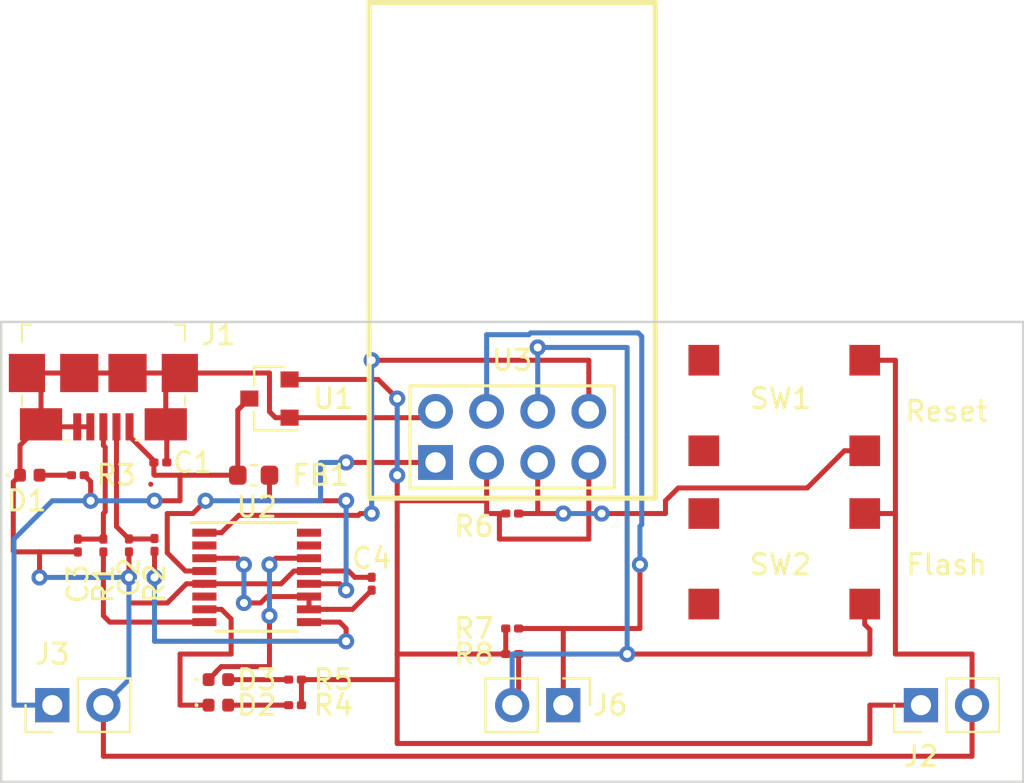
<source format=kicad_pcb>
(kicad_pcb (version 20171130) (host pcbnew "(5.1.2)-2")

  (general
    (thickness 1.6)
    (drawings 4)
    (tracks 229)
    (zones 0)
    (modules 25)
    (nets 28)
  )

  (page A4)
  (layers
    (0 F.Cu signal)
    (31 B.Cu signal)
    (32 B.Adhes user)
    (33 F.Adhes user)
    (34 B.Paste user)
    (35 F.Paste user)
    (36 B.SilkS user)
    (37 F.SilkS user)
    (38 B.Mask user)
    (39 F.Mask user)
    (40 Dwgs.User user)
    (41 Cmts.User user)
    (42 Eco1.User user)
    (43 Eco2.User user)
    (44 Edge.Cuts user)
    (45 Margin user)
    (46 B.CrtYd user)
    (47 F.CrtYd user)
    (48 B.Fab user)
    (49 F.Fab user)
  )

  (setup
    (last_trace_width 0.25)
    (trace_clearance 0.2)
    (zone_clearance 0.508)
    (zone_45_only no)
    (trace_min 0.2)
    (via_size 0.8)
    (via_drill 0.4)
    (via_min_size 0.4)
    (via_min_drill 0.3)
    (uvia_size 0.3)
    (uvia_drill 0.1)
    (uvias_allowed no)
    (uvia_min_size 0.2)
    (uvia_min_drill 0.1)
    (edge_width 0.05)
    (segment_width 0.2)
    (pcb_text_width 0.3)
    (pcb_text_size 1.5 1.5)
    (mod_edge_width 0.12)
    (mod_text_size 1 1)
    (mod_text_width 0.15)
    (pad_size 1.7272 1.7272)
    (pad_drill 1.016)
    (pad_to_mask_clearance 0.051)
    (solder_mask_min_width 0.25)
    (aux_axis_origin 0 0)
    (visible_elements 7FFFFFFF)
    (pcbplotparams
      (layerselection 0x010fc_ffffffff)
      (usegerberextensions false)
      (usegerberattributes false)
      (usegerberadvancedattributes false)
      (creategerberjobfile false)
      (excludeedgelayer true)
      (linewidth 0.100000)
      (plotframeref false)
      (viasonmask false)
      (mode 1)
      (useauxorigin false)
      (hpglpennumber 1)
      (hpglpenspeed 20)
      (hpglpendiameter 15.000000)
      (psnegative false)
      (psa4output false)
      (plotreference true)
      (plotvalue true)
      (plotinvisibletext false)
      (padsonsilk false)
      (subtractmaskfromsilk false)
      (outputformat 1)
      (mirror false)
      (drillshape 1)
      (scaleselection 1)
      (outputdirectory ""))
  )

  (net 0 "")
  (net 1 VBUS)
  (net 2 GND)
  (net 3 "Net-(C2-Pad1)")
  (net 4 "Net-(C3-Pad1)")
  (net 5 "Net-(C4-Pad1)")
  (net 6 "Net-(D1-Pad2)")
  (net 7 "Net-(D2-Pad2)")
  (net 8 "Net-(D2-Pad1)")
  (net 9 "Net-(D3-Pad1)")
  (net 10 "Net-(D3-Pad2)")
  (net 11 "Net-(FB1-Pad2)")
  (net 12 +3V3)
  (net 13 "Net-(J6-Pad1)")
  (net 14 "Net-(J6-Pad2)")
  (net 15 "Net-(R1-Pad2)")
  (net 16 "Net-(R2-Pad2)")
  (net 17 "Net-(R6-Pad2)")
  (net 18 "Net-(SW1-Pad2)")
  (net 19 "Net-(SW1-Pad4)")
  (net 20 "Net-(SW2-Pad4)")
  (net 21 "Net-(SW2-Pad2)")
  (net 22 "Net-(U2-Pad1)")
  (net 23 "Net-(U2-Pad2)")
  (net 24 "Net-(U2-Pad4)")
  (net 25 "Net-(U2-Pad6)")
  (net 26 "Net-(U2-Pad15)")
  (net 27 "Net-(U2-Pad16)")

  (net_class Default "This is the default net class."
    (clearance 0.2)
    (trace_width 0.25)
    (via_dia 0.8)
    (via_drill 0.4)
    (uvia_dia 0.3)
    (uvia_drill 0.1)
    (add_net +3V3)
    (add_net GND)
    (add_net "Net-(C2-Pad1)")
    (add_net "Net-(C3-Pad1)")
    (add_net "Net-(C4-Pad1)")
    (add_net "Net-(D1-Pad2)")
    (add_net "Net-(D2-Pad1)")
    (add_net "Net-(D2-Pad2)")
    (add_net "Net-(D3-Pad1)")
    (add_net "Net-(D3-Pad2)")
    (add_net "Net-(FB1-Pad2)")
    (add_net "Net-(J6-Pad1)")
    (add_net "Net-(J6-Pad2)")
    (add_net "Net-(R1-Pad2)")
    (add_net "Net-(R2-Pad2)")
    (add_net "Net-(R6-Pad2)")
    (add_net "Net-(SW1-Pad2)")
    (add_net "Net-(SW1-Pad4)")
    (add_net "Net-(SW2-Pad2)")
    (add_net "Net-(SW2-Pad4)")
    (add_net "Net-(U2-Pad1)")
    (add_net "Net-(U2-Pad15)")
    (add_net "Net-(U2-Pad16)")
    (add_net "Net-(U2-Pad2)")
    (add_net "Net-(U2-Pad4)")
    (add_net "Net-(U2-Pad6)")
    (add_net VBUS)
  )

  (module ESP8266:ESP-01 (layer F.Cu) (tedit 5DBB6BF1) (tstamp 5DBA8055)
    (at 140.97 84.455 90)
    (descr "Module, ESP-8266, ESP-01, 8 pin")
    (tags "Module ESP-8266 ESP8266")
    (path /5DB88D95)
    (fp_text reference U3 (at 5.08 3.81 180) (layer F.SilkS)
      (effects (font (size 1 1) (thickness 0.15)))
    )
    (fp_text value ESP-01v090 (at 12.192 3.556 90) (layer F.Fab)
      (effects (font (size 1 1) (thickness 0.15)))
    )
    (fp_line (start -1.778 -3.302) (end 22.86 -3.302) (layer F.SilkS) (width 0.254))
    (fp_line (start 22.86 -3.302) (end 22.86 10.922) (layer F.SilkS) (width 0.254))
    (fp_line (start 22.86 10.922) (end -1.778 10.922) (layer F.SilkS) (width 0.254))
    (fp_line (start -1.778 10.922) (end -1.778 -3.302) (layer F.SilkS) (width 0.254))
    (fp_line (start -1.778 -3.302) (end 22.86 -3.302) (layer F.Fab) (width 0.05))
    (fp_line (start 22.86 -3.302) (end 22.86 10.922) (layer F.Fab) (width 0.05))
    (fp_line (start 22.86 10.922) (end -1.778 10.922) (layer F.Fab) (width 0.05))
    (fp_line (start -1.778 10.922) (end -1.778 -3.302) (layer F.Fab) (width 0.05))
    (fp_line (start 1.27 -1.27) (end -1.27 -1.27) (layer F.SilkS) (width 0.1524))
    (fp_line (start -1.27 -1.27) (end -1.27 1.27) (layer F.SilkS) (width 0.1524))
    (fp_line (start -1.75 -1.75) (end -1.75 9.4) (layer F.CrtYd) (width 0.05))
    (fp_line (start 4.3 -1.75) (end 4.3 9.4) (layer F.CrtYd) (width 0.05))
    (fp_line (start -1.75 -1.75) (end 4.3 -1.75) (layer F.CrtYd) (width 0.05))
    (fp_line (start -1.75 9.4) (end 4.3 9.4) (layer F.CrtYd) (width 0.05))
    (fp_line (start -1.27 1.27) (end -1.27 8.89) (layer F.SilkS) (width 0.1524))
    (fp_line (start -1.27 8.89) (end 3.81 8.89) (layer F.SilkS) (width 0.1524))
    (fp_line (start 3.81 8.89) (end 3.81 -1.27) (layer F.SilkS) (width 0.1524))
    (fp_line (start 3.81 -1.27) (end 1.27 -1.27) (layer F.SilkS) (width 0.1524))
    (pad 1 thru_hole rect (at 0 0 90) (size 1.7272 1.7272) (drill 1.016) (layers *.Cu *.Mask)
      (net 24 "Net-(U2-Pad4)"))
    (pad 2 thru_hole oval (at 2.54 0 90) (size 1.7272 1.7272) (drill 1.016) (layers *.Cu *.Mask)
      (net 2 GND))
    (pad 3 thru_hole oval (at 0 2.54 90) (size 1.7272 1.7272) (drill 1.016) (layers *.Cu *.Mask)
      (net 12 +3V3))
    (pad 4 thru_hole oval (at 2.54 2.54 90) (size 1.7272 1.7272) (drill 1.016) (layers *.Cu *.Mask)
      (net 13 "Net-(J6-Pad1)"))
    (pad 5 thru_hole oval (at 0 5.08 90) (size 1.7272 1.7272) (drill 1.016) (layers *.Cu *.Mask)
      (net 17 "Net-(R6-Pad2)"))
    (pad 6 thru_hole oval (at 2.54 5.08 90) (size 1.7272 1.7272) (drill 1.016) (layers *.Cu *.Mask)
      (net 14 "Net-(J6-Pad2)"))
    (pad 7 thru_hole oval (at 0 7.62 90) (size 1.7272 1.7272) (drill 1.016) (layers *.Cu *.Mask)
      (net 12 +3V3))
    (pad 8 thru_hole oval (at 2.54 7.62 90) (size 1.7272 1.7272) (drill 1.016) (layers *.Cu *.Mask)
      (net 22 "Net-(U2-Pad1)"))
  )

  (module Capacitor_SMD:C_0201_0603Metric (layer F.Cu) (tedit 5B301BBE) (tstamp 5DBA7A53)
    (at 127.29 84.455)
    (descr "Capacitor SMD 0201 (0603 Metric), square (rectangular) end terminal, IPC_7351 nominal, (Body size source: https://www.vishay.com/docs/20052/crcw0201e3.pdf), generated with kicad-footprint-generator")
    (tags capacitor)
    (path /5DB43793)
    (attr smd)
    (fp_text reference C1 (at 1.615 0) (layer F.SilkS)
      (effects (font (size 1 1) (thickness 0.15)))
    )
    (fp_text value "" (at 0 1.05) (layer F.Fab) hide
      (effects (font (size 1 1) (thickness 0.15)))
    )
    (fp_line (start -0.3 0.15) (end -0.3 -0.15) (layer F.Fab) (width 0.1))
    (fp_line (start -0.3 -0.15) (end 0.3 -0.15) (layer F.Fab) (width 0.1))
    (fp_line (start 0.3 -0.15) (end 0.3 0.15) (layer F.Fab) (width 0.1))
    (fp_line (start 0.3 0.15) (end -0.3 0.15) (layer F.Fab) (width 0.1))
    (fp_line (start -0.7 0.35) (end -0.7 -0.35) (layer F.CrtYd) (width 0.05))
    (fp_line (start -0.7 -0.35) (end 0.7 -0.35) (layer F.CrtYd) (width 0.05))
    (fp_line (start 0.7 -0.35) (end 0.7 0.35) (layer F.CrtYd) (width 0.05))
    (fp_line (start 0.7 0.35) (end -0.7 0.35) (layer F.CrtYd) (width 0.05))
    (fp_text user %R (at 0 -0.68) (layer F.Fab)
      (effects (font (size 0.25 0.25) (thickness 0.04)))
    )
    (pad "" smd roundrect (at -0.345 0) (size 0.318 0.36) (layers F.Paste) (roundrect_rratio 0.25))
    (pad "" smd roundrect (at 0.345 0) (size 0.318 0.36) (layers F.Paste) (roundrect_rratio 0.25))
    (pad 1 smd roundrect (at -0.32 0) (size 0.46 0.4) (layers F.Cu F.Mask) (roundrect_rratio 0.25)
      (net 1 VBUS))
    (pad 2 smd roundrect (at 0.32 0) (size 0.46 0.4) (layers F.Cu F.Mask) (roundrect_rratio 0.25)
      (net 2 GND))
    (model ${KISYS3DMOD}/Capacitor_SMD.3dshapes/C_0201_0603Metric.wrl
      (at (xyz 0 0 0))
      (scale (xyz 1 1 1))
      (rotate (xyz 0 0 0))
    )
  )

  (module Capacitor_SMD:C_0201_0603Metric (layer F.Cu) (tedit 5B301BBE) (tstamp 5DBA7A64)
    (at 125.73 88.58 270)
    (descr "Capacitor SMD 0201 (0603 Metric), square (rectangular) end terminal, IPC_7351 nominal, (Body size source: https://www.vishay.com/docs/20052/crcw0201e3.pdf), generated with kicad-footprint-generator")
    (tags capacitor)
    (path /5DB42636)
    (attr smd)
    (fp_text reference C2 (at 1.59 0 90) (layer F.SilkS)
      (effects (font (size 1 1) (thickness 0.15)))
    )
    (fp_text value "" (at 0 1.05 90) (layer F.Fab)
      (effects (font (size 1 1) (thickness 0.15)))
    )
    (fp_line (start -0.3 0.15) (end -0.3 -0.15) (layer F.Fab) (width 0.1))
    (fp_line (start -0.3 -0.15) (end 0.3 -0.15) (layer F.Fab) (width 0.1))
    (fp_line (start 0.3 -0.15) (end 0.3 0.15) (layer F.Fab) (width 0.1))
    (fp_line (start 0.3 0.15) (end -0.3 0.15) (layer F.Fab) (width 0.1))
    (fp_line (start -0.7 0.35) (end -0.7 -0.35) (layer F.CrtYd) (width 0.05))
    (fp_line (start -0.7 -0.35) (end 0.7 -0.35) (layer F.CrtYd) (width 0.05))
    (fp_line (start 0.7 -0.35) (end 0.7 0.35) (layer F.CrtYd) (width 0.05))
    (fp_line (start 0.7 0.35) (end -0.7 0.35) (layer F.CrtYd) (width 0.05))
    (pad "" smd roundrect (at -0.345 0 270) (size 0.318 0.36) (layers F.Paste) (roundrect_rratio 0.25))
    (pad "" smd roundrect (at 0.345 0 270) (size 0.318 0.36) (layers F.Paste) (roundrect_rratio 0.25))
    (pad 1 smd roundrect (at -0.32 0 270) (size 0.46 0.4) (layers F.Cu F.Mask) (roundrect_rratio 0.25)
      (net 3 "Net-(C2-Pad1)"))
    (pad 2 smd roundrect (at 0.32 0 270) (size 0.46 0.4) (layers F.Cu F.Mask) (roundrect_rratio 0.25)
      (net 2 GND))
    (model ${KISYS3DMOD}/Capacitor_SMD.3dshapes/C_0201_0603Metric.wrl
      (at (xyz 0 0 0))
      (scale (xyz 1 1 1))
      (rotate (xyz 0 0 0))
    )
  )

  (module Capacitor_SMD:C_0201_0603Metric (layer F.Cu) (tedit 5B301BBE) (tstamp 5DBA7A75)
    (at 123.19 88.585 270)
    (descr "Capacitor SMD 0201 (0603 Metric), square (rectangular) end terminal, IPC_7351 nominal, (Body size source: https://www.vishay.com/docs/20052/crcw0201e3.pdf), generated with kicad-footprint-generator")
    (tags capacitor)
    (path /5DB42FBA)
    (attr smd)
    (fp_text reference C3 (at 1.905 0 90) (layer F.SilkS)
      (effects (font (size 1 1) (thickness 0.15)))
    )
    (fp_text value "" (at 0 1.05 90) (layer F.Fab)
      (effects (font (size 1 1) (thickness 0.15)))
    )
    (fp_line (start 0.7 0.35) (end -0.7 0.35) (layer F.CrtYd) (width 0.05))
    (fp_line (start 0.7 -0.35) (end 0.7 0.35) (layer F.CrtYd) (width 0.05))
    (fp_line (start -0.7 -0.35) (end 0.7 -0.35) (layer F.CrtYd) (width 0.05))
    (fp_line (start -0.7 0.35) (end -0.7 -0.35) (layer F.CrtYd) (width 0.05))
    (fp_line (start 0.3 0.15) (end -0.3 0.15) (layer F.Fab) (width 0.1))
    (fp_line (start 0.3 -0.15) (end 0.3 0.15) (layer F.Fab) (width 0.1))
    (fp_line (start -0.3 -0.15) (end 0.3 -0.15) (layer F.Fab) (width 0.1))
    (fp_line (start -0.3 0.15) (end -0.3 -0.15) (layer F.Fab) (width 0.1))
    (pad 2 smd roundrect (at 0.32 0 270) (size 0.46 0.4) (layers F.Cu F.Mask) (roundrect_rratio 0.25)
      (net 2 GND))
    (pad 1 smd roundrect (at -0.32 0 270) (size 0.46 0.4) (layers F.Cu F.Mask) (roundrect_rratio 0.25)
      (net 4 "Net-(C3-Pad1)"))
    (pad "" smd roundrect (at 0.345 0 270) (size 0.318 0.36) (layers F.Paste) (roundrect_rratio 0.25))
    (pad "" smd roundrect (at -0.345 0 270) (size 0.318 0.36) (layers F.Paste) (roundrect_rratio 0.25))
    (model ${KISYS3DMOD}/Capacitor_SMD.3dshapes/C_0201_0603Metric.wrl
      (at (xyz 0 0 0))
      (scale (xyz 1 1 1))
      (rotate (xyz 0 0 0))
    )
  )

  (module Capacitor_SMD:C_0201_0603Metric (layer F.Cu) (tedit 5B301BBE) (tstamp 5DBA7A86)
    (at 137.795 90.485 90)
    (descr "Capacitor SMD 0201 (0603 Metric), square (rectangular) end terminal, IPC_7351 nominal, (Body size source: https://www.vishay.com/docs/20052/crcw0201e3.pdf), generated with kicad-footprint-generator")
    (tags capacitor)
    (path /5DB440F6)
    (attr smd)
    (fp_text reference C4 (at 1.27 0 180) (layer F.SilkS)
      (effects (font (size 1 1) (thickness 0.15)))
    )
    (fp_text value 100nF (at 0 1.05 90) (layer F.Fab) hide
      (effects (font (size 1 1) (thickness 0.15)))
    )
    (fp_line (start 0.7 0.35) (end -0.7 0.35) (layer F.CrtYd) (width 0.05))
    (fp_line (start 0.7 -0.35) (end 0.7 0.35) (layer F.CrtYd) (width 0.05))
    (fp_line (start -0.7 -0.35) (end 0.7 -0.35) (layer F.CrtYd) (width 0.05))
    (fp_line (start -0.7 0.35) (end -0.7 -0.35) (layer F.CrtYd) (width 0.05))
    (fp_line (start 0.3 0.15) (end -0.3 0.15) (layer F.Fab) (width 0.1))
    (fp_line (start 0.3 -0.15) (end 0.3 0.15) (layer F.Fab) (width 0.1))
    (fp_line (start -0.3 -0.15) (end 0.3 -0.15) (layer F.Fab) (width 0.1))
    (fp_line (start -0.3 0.15) (end -0.3 -0.15) (layer F.Fab) (width 0.1))
    (pad 2 smd roundrect (at 0.32 0 90) (size 0.46 0.4) (layers F.Cu F.Mask) (roundrect_rratio 0.25)
      (net 2 GND))
    (pad 1 smd roundrect (at -0.32 0 90) (size 0.46 0.4) (layers F.Cu F.Mask) (roundrect_rratio 0.25)
      (net 5 "Net-(C4-Pad1)"))
    (pad "" smd roundrect (at 0.345 0 90) (size 0.318 0.36) (layers F.Paste) (roundrect_rratio 0.25))
    (pad "" smd roundrect (at -0.345 0 90) (size 0.318 0.36) (layers F.Paste) (roundrect_rratio 0.25))
    (model ${KISYS3DMOD}/Capacitor_SMD.3dshapes/C_0201_0603Metric.wrl
      (at (xyz 0 0 0))
      (scale (xyz 1 1 1))
      (rotate (xyz 0 0 0))
    )
  )

  (module LED_SMD:LED_0402_1005Metric (layer F.Cu) (tedit 5B301BBE) (tstamp 5DBA7A98)
    (at 120.8 85.09)
    (descr "LED SMD 0402 (1005 Metric), square (rectangular) end terminal, IPC_7351 nominal, (Body size source: http://www.tortai-tech.com/upload/download/2011102023233369053.pdf), generated with kicad-footprint-generator")
    (tags LED)
    (path /5DB38CB7)
    (attr smd)
    (fp_text reference D1 (at -0.15 1.27) (layer F.SilkS)
      (effects (font (size 1 1) (thickness 0.15)))
    )
    (fp_text value "" (at 0 1.17) (layer F.Fab)
      (effects (font (size 1 1) (thickness 0.15)))
    )
    (fp_circle (center -1.09 0) (end -1.04 0) (layer F.SilkS) (width 0.1))
    (fp_line (start -0.5 0.25) (end -0.5 -0.25) (layer F.Fab) (width 0.1))
    (fp_line (start -0.5 -0.25) (end 0.5 -0.25) (layer F.Fab) (width 0.1))
    (fp_line (start 0.5 -0.25) (end 0.5 0.25) (layer F.Fab) (width 0.1))
    (fp_line (start 0.5 0.25) (end -0.5 0.25) (layer F.Fab) (width 0.1))
    (fp_line (start -0.4 0.25) (end -0.4 -0.25) (layer F.Fab) (width 0.1))
    (fp_line (start -0.3 0.25) (end -0.3 -0.25) (layer F.Fab) (width 0.1))
    (fp_line (start -0.93 0.47) (end -0.93 -0.47) (layer F.CrtYd) (width 0.05))
    (fp_line (start -0.93 -0.47) (end 0.93 -0.47) (layer F.CrtYd) (width 0.05))
    (fp_line (start 0.93 -0.47) (end 0.93 0.47) (layer F.CrtYd) (width 0.05))
    (fp_line (start 0.93 0.47) (end -0.93 0.47) (layer F.CrtYd) (width 0.05))
    (pad 1 smd roundrect (at -0.485 0) (size 0.59 0.64) (layers F.Cu F.Paste F.Mask) (roundrect_rratio 0.25)
      (net 2 GND))
    (pad 2 smd roundrect (at 0.485 0) (size 0.59 0.64) (layers F.Cu F.Paste F.Mask) (roundrect_rratio 0.25)
      (net 6 "Net-(D1-Pad2)"))
    (model ${KISYS3DMOD}/LED_SMD.3dshapes/LED_0402_1005Metric.wrl
      (at (xyz 0 0 0))
      (scale (xyz 1 1 1))
      (rotate (xyz 0 0 0))
    )
  )

  (module LED_SMD:LED_0402_1005Metric (layer F.Cu) (tedit 5B301BBE) (tstamp 5DBA7AAA)
    (at 130.175 96.52)
    (descr "LED SMD 0402 (1005 Metric), square (rectangular) end terminal, IPC_7351 nominal, (Body size source: http://www.tortai-tech.com/upload/download/2011102023233369053.pdf), generated with kicad-footprint-generator")
    (tags LED)
    (path /5DB49DF5)
    (attr smd)
    (fp_text reference D2 (at 1.905 0) (layer F.SilkS)
      (effects (font (size 1 1) (thickness 0.15)))
    )
    (fp_text value "" (at 0 1.17) (layer F.Fab)
      (effects (font (size 1 1) (thickness 0.15)))
    )
    (fp_line (start 0.93 0.47) (end -0.93 0.47) (layer F.CrtYd) (width 0.05))
    (fp_line (start 0.93 -0.47) (end 0.93 0.47) (layer F.CrtYd) (width 0.05))
    (fp_line (start -0.93 -0.47) (end 0.93 -0.47) (layer F.CrtYd) (width 0.05))
    (fp_line (start -0.93 0.47) (end -0.93 -0.47) (layer F.CrtYd) (width 0.05))
    (fp_line (start -0.3 0.25) (end -0.3 -0.25) (layer F.Fab) (width 0.1))
    (fp_line (start -0.4 0.25) (end -0.4 -0.25) (layer F.Fab) (width 0.1))
    (fp_line (start 0.5 0.25) (end -0.5 0.25) (layer F.Fab) (width 0.1))
    (fp_line (start 0.5 -0.25) (end 0.5 0.25) (layer F.Fab) (width 0.1))
    (fp_line (start -0.5 -0.25) (end 0.5 -0.25) (layer F.Fab) (width 0.1))
    (fp_line (start -0.5 0.25) (end -0.5 -0.25) (layer F.Fab) (width 0.1))
    (fp_circle (center -1.09 0) (end -1.04 0) (layer F.SilkS) (width 0.1))
    (pad 2 smd roundrect (at 0.485 0) (size 0.59 0.64) (layers F.Cu F.Paste F.Mask) (roundrect_rratio 0.25)
      (net 7 "Net-(D2-Pad2)"))
    (pad 1 smd roundrect (at -0.485 0) (size 0.59 0.64) (layers F.Cu F.Paste F.Mask) (roundrect_rratio 0.25)
      (net 8 "Net-(D2-Pad1)"))
    (model ${KISYS3DMOD}/LED_SMD.3dshapes/LED_0402_1005Metric.wrl
      (at (xyz 0 0 0))
      (scale (xyz 1 1 1))
      (rotate (xyz 0 0 0))
    )
  )

  (module LED_SMD:LED_0402_1005Metric (layer F.Cu) (tedit 5B301BBE) (tstamp 5DBA7ABC)
    (at 130.175 95.25)
    (descr "LED SMD 0402 (1005 Metric), square (rectangular) end terminal, IPC_7351 nominal, (Body size source: http://www.tortai-tech.com/upload/download/2011102023233369053.pdf), generated with kicad-footprint-generator")
    (tags LED)
    (path /5DB392B0)
    (attr smd)
    (fp_text reference D3 (at 1.905 0) (layer F.SilkS)
      (effects (font (size 1 1) (thickness 0.15)))
    )
    (fp_text value "" (at 0 1.17) (layer F.Fab)
      (effects (font (size 1 1) (thickness 0.15)))
    )
    (fp_circle (center -1.09 0) (end -1.04 0) (layer F.SilkS) (width 0.1))
    (fp_line (start -0.5 0.25) (end -0.5 -0.25) (layer F.Fab) (width 0.1))
    (fp_line (start -0.5 -0.25) (end 0.5 -0.25) (layer F.Fab) (width 0.1))
    (fp_line (start 0.5 -0.25) (end 0.5 0.25) (layer F.Fab) (width 0.1))
    (fp_line (start 0.5 0.25) (end -0.5 0.25) (layer F.Fab) (width 0.1))
    (fp_line (start -0.4 0.25) (end -0.4 -0.25) (layer F.Fab) (width 0.1))
    (fp_line (start -0.3 0.25) (end -0.3 -0.25) (layer F.Fab) (width 0.1))
    (fp_line (start -0.93 0.47) (end -0.93 -0.47) (layer F.CrtYd) (width 0.05))
    (fp_line (start -0.93 -0.47) (end 0.93 -0.47) (layer F.CrtYd) (width 0.05))
    (fp_line (start 0.93 -0.47) (end 0.93 0.47) (layer F.CrtYd) (width 0.05))
    (fp_line (start 0.93 0.47) (end -0.93 0.47) (layer F.CrtYd) (width 0.05))
    (pad 1 smd roundrect (at -0.485 0) (size 0.59 0.64) (layers F.Cu F.Paste F.Mask) (roundrect_rratio 0.25)
      (net 9 "Net-(D3-Pad1)"))
    (pad 2 smd roundrect (at 0.485 0) (size 0.59 0.64) (layers F.Cu F.Paste F.Mask) (roundrect_rratio 0.25)
      (net 10 "Net-(D3-Pad2)"))
    (model ${KISYS3DMOD}/LED_SMD.3dshapes/LED_0402_1005Metric.wrl
      (at (xyz 0 0 0))
      (scale (xyz 1 1 1))
      (rotate (xyz 0 0 0))
    )
  )

  (module Resistor_SMD:R_0603_1608Metric (layer F.Cu) (tedit 5B301BBD) (tstamp 5DBA7ACD)
    (at 131.9275 85.09)
    (descr "Resistor SMD 0603 (1608 Metric), square (rectangular) end terminal, IPC_7351 nominal, (Body size source: http://www.tortai-tech.com/upload/download/2011102023233369053.pdf), generated with kicad-footprint-generator")
    (tags resistor)
    (path /5DB5C091)
    (attr smd)
    (fp_text reference FB1 (at 3.3275 0) (layer F.SilkS)
      (effects (font (size 1 1) (thickness 0.15)))
    )
    (fp_text value "" (at 0 1.43) (layer F.Fab)
      (effects (font (size 1 1) (thickness 0.15)))
    )
    (fp_line (start -0.8 0.4) (end -0.8 -0.4) (layer F.Fab) (width 0.1))
    (fp_line (start -0.8 -0.4) (end 0.8 -0.4) (layer F.Fab) (width 0.1))
    (fp_line (start 0.8 -0.4) (end 0.8 0.4) (layer F.Fab) (width 0.1))
    (fp_line (start 0.8 0.4) (end -0.8 0.4) (layer F.Fab) (width 0.1))
    (fp_line (start -0.162779 -0.51) (end 0.162779 -0.51) (layer F.SilkS) (width 0.12))
    (fp_line (start -0.162779 0.51) (end 0.162779 0.51) (layer F.SilkS) (width 0.12))
    (fp_line (start -1.48 0.73) (end -1.48 -0.73) (layer F.CrtYd) (width 0.05))
    (fp_line (start -1.48 -0.73) (end 1.48 -0.73) (layer F.CrtYd) (width 0.05))
    (fp_line (start 1.48 -0.73) (end 1.48 0.73) (layer F.CrtYd) (width 0.05))
    (fp_line (start 1.48 0.73) (end -1.48 0.73) (layer F.CrtYd) (width 0.05))
    (pad 1 smd roundrect (at -0.7875 0) (size 0.875 0.95) (layers F.Cu F.Paste F.Mask) (roundrect_rratio 0.25)
      (net 1 VBUS))
    (pad 2 smd roundrect (at 0.7875 0) (size 0.875 0.95) (layers F.Cu F.Paste F.Mask) (roundrect_rratio 0.25)
      (net 11 "Net-(FB1-Pad2)"))
    (model ${KISYS3DMOD}/Resistor_SMD.3dshapes/R_0603_1608Metric.wrl
      (at (xyz 0 0 0))
      (scale (xyz 1 1 1))
      (rotate (xyz 0 0 0))
    )
  )

  (module digikey-footprints:USB_Micro_B_Female_10118192 (layer F.Cu) (tedit 5D28ADBA) (tstamp 5DBA7AEE)
    (at 124.46 80.01 180)
    (descr http://portal.fciconnect.com/Comergent//fci/drawing/10118192.pdf)
    (path /5DB89D3A)
    (attr smd)
    (fp_text reference J1 (at -5.715 1.905) (layer F.SilkS)
      (effects (font (size 1 1) (thickness 0.15)))
    )
    (fp_text value "USB Mini B" (at 0 4.25) (layer F.Fab)
      (effects (font (size 1 1) (thickness 0.15)))
    )
    (fp_line (start -5 2.75) (end 5 2.75) (layer F.CrtYd) (width 0.05))
    (fp_line (start 5 -3.75) (end 5 2.75) (layer F.CrtYd) (width 0.05))
    (fp_line (start -5 -3.75) (end 5 -3.75) (layer F.CrtYd) (width 0.05))
    (fp_line (start -5 -3.75) (end -5 2.75) (layer F.CrtYd) (width 0.05))
    (fp_line (start 4.05 -1.6) (end 4.05 -1.1) (layer F.SilkS) (width 0.1))
    (fp_line (start 1.65 -3.35) (end 1.95 -3.35) (layer F.SilkS) (width 0.1))
    (fp_line (start -4.05 -1.6) (end -4.05 -1.15) (layer F.SilkS) (width 0.1))
    (fp_line (start -1.9 -3.35) (end -1.6 -3.35) (layer F.SilkS) (width 0.1))
    (fp_line (start -4.05 1.6) (end -4.05 2.4) (layer F.SilkS) (width 0.1))
    (fp_line (start -4.05 2.4) (end -3.55 2.4) (layer F.SilkS) (width 0.1))
    (fp_line (start 3.6 2.4) (end 4.05 2.4) (layer F.SilkS) (width 0.1))
    (fp_line (start 4.05 2.4) (end 4.05 1.55) (layer F.SilkS) (width 0.1))
    (fp_text user %R (at 0 0) (layer F.Fab)
      (effects (font (size 1 1) (thickness 0.15)))
    )
    (fp_line (start -3.95 -2.8) (end -3.95 2.3) (layer F.Fab) (width 0.1))
    (fp_line (start 3.95 -3.25) (end -3.5 -3.25) (layer F.Fab) (width 0.1))
    (fp_line (start -3.95 -2.8) (end -3.5 -3.25) (layer F.Fab) (width 0.1))
    (fp_line (start -3.95 2.32) (end 3.95 2.32) (layer F.Fab) (width 0.1))
    (fp_line (start 3.95 2.32) (end 3.95 -3.25) (layer F.Fab) (width 0.1))
    (pad 3 smd rect (at 0 -2.675 180) (size 0.4 1.35) (layers F.Cu F.Paste F.Mask)
      (net 4 "Net-(C3-Pad1)"))
    (pad 2 smd rect (at -0.65 -2.675 180) (size 0.4 1.35) (layers F.Cu F.Paste F.Mask)
      (net 3 "Net-(C2-Pad1)"))
    (pad 5 smd rect (at 1.3 -2.675 180) (size 0.4 1.35) (layers F.Cu F.Paste F.Mask)
      (net 2 GND))
    (pad 4 smd rect (at 0.65 -2.675 180) (size 0.4 1.35) (layers F.Cu F.Paste F.Mask)
      (net 2 GND))
    (pad 1 smd rect (at -1.3 -2.675 180) (size 0.4 1.35) (layers F.Cu F.Paste F.Mask)
      (net 1 VBUS))
    (pad SH smd rect (at 3.1 -2.55 180) (size 2.1 1.6) (layers F.Cu F.Paste F.Mask)
      (net 2 GND))
    (pad SH smd rect (at -3.1 -2.55 180) (size 2.1 1.6) (layers F.Cu F.Paste F.Mask)
      (net 2 GND))
    (pad SH smd rect (at 1.2 0 180) (size 1.9 1.9) (layers F.Cu F.Paste F.Mask)
      (net 2 GND))
    (pad SH smd rect (at -1.2 0 180) (size 1.9 1.9) (layers F.Cu F.Paste F.Mask)
      (net 2 GND))
    (pad SH smd rect (at 3.8 0 180) (size 1.8 1.9) (layers F.Cu F.Paste F.Mask)
      (net 2 GND))
    (pad SH smd rect (at -3.8 0 180) (size 1.8 1.9) (layers F.Cu F.Paste F.Mask)
      (net 2 GND))
  )

  (module Connector_PinHeader_2.54mm:PinHeader_1x02_P2.54mm_Vertical (layer F.Cu) (tedit 59FED5CC) (tstamp 5DBA7B5C)
    (at 147.32 96.52 270)
    (descr "Through hole straight pin header, 1x02, 2.54mm pitch, single row")
    (tags "Through hole pin header THT 1x02 2.54mm single row")
    (path /5DB720E7)
    (fp_text reference J6 (at 0 -2.33 180) (layer F.SilkS)
      (effects (font (size 1 1) (thickness 0.15)))
    )
    (fp_text value "" (at 0 4.87 90) (layer F.Fab)
      (effects (font (size 1 1) (thickness 0.15)))
    )
    (fp_line (start -0.635 -1.27) (end 1.27 -1.27) (layer F.Fab) (width 0.1))
    (fp_line (start 1.27 -1.27) (end 1.27 3.81) (layer F.Fab) (width 0.1))
    (fp_line (start 1.27 3.81) (end -1.27 3.81) (layer F.Fab) (width 0.1))
    (fp_line (start -1.27 3.81) (end -1.27 -0.635) (layer F.Fab) (width 0.1))
    (fp_line (start -1.27 -0.635) (end -0.635 -1.27) (layer F.Fab) (width 0.1))
    (fp_line (start -1.33 3.87) (end 1.33 3.87) (layer F.SilkS) (width 0.12))
    (fp_line (start -1.33 1.27) (end -1.33 3.87) (layer F.SilkS) (width 0.12))
    (fp_line (start 1.33 1.27) (end 1.33 3.87) (layer F.SilkS) (width 0.12))
    (fp_line (start -1.33 1.27) (end 1.33 1.27) (layer F.SilkS) (width 0.12))
    (fp_line (start -1.33 0) (end -1.33 -1.33) (layer F.SilkS) (width 0.12))
    (fp_line (start -1.33 -1.33) (end 0 -1.33) (layer F.SilkS) (width 0.12))
    (fp_line (start -1.8 -1.8) (end -1.8 4.35) (layer F.CrtYd) (width 0.05))
    (fp_line (start -1.8 4.35) (end 1.8 4.35) (layer F.CrtYd) (width 0.05))
    (fp_line (start 1.8 4.35) (end 1.8 -1.8) (layer F.CrtYd) (width 0.05))
    (fp_line (start 1.8 -1.8) (end -1.8 -1.8) (layer F.CrtYd) (width 0.05))
    (fp_text user %R (at 0 0) (layer F.Fab)
      (effects (font (size 1 1) (thickness 0.15)))
    )
    (pad 1 thru_hole rect (at 0 0 270) (size 1.7 1.7) (drill 1) (layers *.Cu *.Mask)
      (net 13 "Net-(J6-Pad1)"))
    (pad 2 thru_hole oval (at 0 2.54 270) (size 1.7 1.7) (drill 1) (layers *.Cu *.Mask)
      (net 14 "Net-(J6-Pad2)"))
    (model ${KISYS3DMOD}/Connector_PinHeader_2.54mm.3dshapes/PinHeader_1x02_P2.54mm_Vertical.wrl
      (at (xyz 0 0 0))
      (scale (xyz 1 1 1))
      (rotate (xyz 0 0 0))
    )
  )

  (module Resistor_SMD:R_0201_0603Metric (layer F.Cu) (tedit 5B301BBD) (tstamp 5DBA7B6D)
    (at 124.46 88.585 270)
    (descr "Resistor SMD 0201 (0603 Metric), square (rectangular) end terminal, IPC_7351 nominal, (Body size source: https://www.vishay.com/docs/20052/crcw0201e3.pdf), generated with kicad-footprint-generator")
    (tags resistor)
    (path /5DB5851E)
    (attr smd)
    (fp_text reference R1 (at 1.905 0 90) (layer F.SilkS)
      (effects (font (size 1 1) (thickness 0.15)))
    )
    (fp_text value "" (at 0 1.05 90) (layer F.Fab)
      (effects (font (size 1 1) (thickness 0.15)))
    )
    (fp_line (start 0.7 0.35) (end -0.7 0.35) (layer F.CrtYd) (width 0.05))
    (fp_line (start 0.7 -0.35) (end 0.7 0.35) (layer F.CrtYd) (width 0.05))
    (fp_line (start -0.7 -0.35) (end 0.7 -0.35) (layer F.CrtYd) (width 0.05))
    (fp_line (start -0.7 0.35) (end -0.7 -0.35) (layer F.CrtYd) (width 0.05))
    (fp_line (start 0.3 0.15) (end -0.3 0.15) (layer F.Fab) (width 0.1))
    (fp_line (start 0.3 -0.15) (end 0.3 0.15) (layer F.Fab) (width 0.1))
    (fp_line (start -0.3 -0.15) (end 0.3 -0.15) (layer F.Fab) (width 0.1))
    (fp_line (start -0.3 0.15) (end -0.3 -0.15) (layer F.Fab) (width 0.1))
    (pad 2 smd roundrect (at 0.32 0 270) (size 0.46 0.4) (layers F.Cu F.Mask) (roundrect_rratio 0.25)
      (net 15 "Net-(R1-Pad2)"))
    (pad 1 smd roundrect (at -0.32 0 270) (size 0.46 0.4) (layers F.Cu F.Mask) (roundrect_rratio 0.25)
      (net 4 "Net-(C3-Pad1)"))
    (pad "" smd roundrect (at 0.345 0 270) (size 0.318 0.36) (layers F.Paste) (roundrect_rratio 0.25))
    (pad "" smd roundrect (at -0.345 0 270) (size 0.318 0.36) (layers F.Paste) (roundrect_rratio 0.25))
    (model ${KISYS3DMOD}/Resistor_SMD.3dshapes/R_0201_0603Metric.wrl
      (at (xyz 0 0 0))
      (scale (xyz 1 1 1))
      (rotate (xyz 0 0 0))
    )
  )

  (module Resistor_SMD:R_0201_0603Metric (layer F.Cu) (tedit 5B301BBD) (tstamp 5DBA7B7E)
    (at 127 88.555 270)
    (descr "Resistor SMD 0201 (0603 Metric), square (rectangular) end terminal, IPC_7351 nominal, (Body size source: https://www.vishay.com/docs/20052/crcw0201e3.pdf), generated with kicad-footprint-generator")
    (tags resistor)
    (path /5DB58F10)
    (attr smd)
    (fp_text reference R2 (at 1.905 0 90) (layer F.SilkS)
      (effects (font (size 1 1) (thickness 0.15)))
    )
    (fp_text value "" (at 0 1.05 90) (layer F.Fab) hide
      (effects (font (size 1 1) (thickness 0.15)))
    )
    (fp_line (start -0.3 0.15) (end -0.3 -0.15) (layer F.Fab) (width 0.1))
    (fp_line (start -0.3 -0.15) (end 0.3 -0.15) (layer F.Fab) (width 0.1))
    (fp_line (start 0.3 -0.15) (end 0.3 0.15) (layer F.Fab) (width 0.1))
    (fp_line (start 0.3 0.15) (end -0.3 0.15) (layer F.Fab) (width 0.1))
    (fp_line (start -0.7 0.35) (end -0.7 -0.35) (layer F.CrtYd) (width 0.05))
    (fp_line (start -0.7 -0.35) (end 0.7 -0.35) (layer F.CrtYd) (width 0.05))
    (fp_line (start 0.7 -0.35) (end 0.7 0.35) (layer F.CrtYd) (width 0.05))
    (fp_line (start 0.7 0.35) (end -0.7 0.35) (layer F.CrtYd) (width 0.05))
    (pad "" smd roundrect (at -0.345 0 270) (size 0.318 0.36) (layers F.Paste) (roundrect_rratio 0.25))
    (pad "" smd roundrect (at 0.345 0 270) (size 0.318 0.36) (layers F.Paste) (roundrect_rratio 0.25))
    (pad 1 smd roundrect (at -0.32 0 270) (size 0.46 0.4) (layers F.Cu F.Mask) (roundrect_rratio 0.25)
      (net 3 "Net-(C2-Pad1)"))
    (pad 2 smd roundrect (at 0.32 0 270) (size 0.46 0.4) (layers F.Cu F.Mask) (roundrect_rratio 0.25)
      (net 16 "Net-(R2-Pad2)"))
    (model ${KISYS3DMOD}/Resistor_SMD.3dshapes/R_0201_0603Metric.wrl
      (at (xyz 0 0 0))
      (scale (xyz 1 1 1))
      (rotate (xyz 0 0 0))
    )
  )

  (module Resistor_SMD:R_0201_0603Metric (layer F.Cu) (tedit 5B301BBD) (tstamp 5DBE1551)
    (at 123.19 85.09)
    (descr "Resistor SMD 0201 (0603 Metric), square (rectangular) end terminal, IPC_7351 nominal, (Body size source: https://www.vishay.com/docs/20052/crcw0201e3.pdf), generated with kicad-footprint-generator")
    (tags resistor)
    (path /5DB5253C)
    (attr smd)
    (fp_text reference R3 (at 1.905 0) (layer F.SilkS)
      (effects (font (size 1 1) (thickness 0.15)))
    )
    (fp_text value "" (at 0 1.27) (layer F.Fab)
      (effects (font (size 1 1) (thickness 0.15)))
    )
    (fp_text user %R (at 0 -0.68) (layer F.Fab)
      (effects (font (size 0.25 0.25) (thickness 0.04)))
    )
    (fp_line (start 0.7 0.35) (end -0.7 0.35) (layer F.CrtYd) (width 0.05))
    (fp_line (start 0.7 -0.35) (end 0.7 0.35) (layer F.CrtYd) (width 0.05))
    (fp_line (start -0.7 -0.35) (end 0.7 -0.35) (layer F.CrtYd) (width 0.05))
    (fp_line (start -0.7 0.35) (end -0.7 -0.35) (layer F.CrtYd) (width 0.05))
    (fp_line (start 0.3 0.15) (end -0.3 0.15) (layer F.Fab) (width 0.1))
    (fp_line (start 0.3 -0.15) (end 0.3 0.15) (layer F.Fab) (width 0.1))
    (fp_line (start -0.3 -0.15) (end 0.3 -0.15) (layer F.Fab) (width 0.1))
    (fp_line (start -0.3 0.15) (end -0.3 -0.15) (layer F.Fab) (width 0.1))
    (pad 2 smd roundrect (at 0.32 0) (size 0.46 0.4) (layers F.Cu F.Mask) (roundrect_rratio 0.25)
      (net 1 VBUS))
    (pad 1 smd roundrect (at -0.32 0) (size 0.46 0.4) (layers F.Cu F.Mask) (roundrect_rratio 0.25)
      (net 6 "Net-(D1-Pad2)"))
    (pad "" smd roundrect (at 0.345 0) (size 0.318 0.36) (layers F.Paste) (roundrect_rratio 0.25))
    (pad "" smd roundrect (at -0.345 0) (size 0.318 0.36) (layers F.Paste) (roundrect_rratio 0.25))
    (model ${KISYS3DMOD}/Resistor_SMD.3dshapes/R_0201_0603Metric.wrl
      (at (xyz 0 0 0))
      (scale (xyz 1 1 1))
      (rotate (xyz 0 0 0))
    )
  )

  (module Resistor_SMD:R_0201_0603Metric (layer F.Cu) (tedit 5B301BBD) (tstamp 5DBA7BA0)
    (at 133.985 96.52)
    (descr "Resistor SMD 0201 (0603 Metric), square (rectangular) end terminal, IPC_7351 nominal, (Body size source: https://www.vishay.com/docs/20052/crcw0201e3.pdf), generated with kicad-footprint-generator")
    (tags resistor)
    (path /5DBA14D4)
    (attr smd)
    (fp_text reference R4 (at 1.905 0) (layer F.SilkS)
      (effects (font (size 1 1) (thickness 0.15)))
    )
    (fp_text value "" (at 0 1.05) (layer F.Fab)
      (effects (font (size 1 1) (thickness 0.15)))
    )
    (fp_line (start -0.3 0.15) (end -0.3 -0.15) (layer F.Fab) (width 0.1))
    (fp_line (start -0.3 -0.15) (end 0.3 -0.15) (layer F.Fab) (width 0.1))
    (fp_line (start 0.3 -0.15) (end 0.3 0.15) (layer F.Fab) (width 0.1))
    (fp_line (start 0.3 0.15) (end -0.3 0.15) (layer F.Fab) (width 0.1))
    (fp_line (start -0.7 0.35) (end -0.7 -0.35) (layer F.CrtYd) (width 0.05))
    (fp_line (start -0.7 -0.35) (end 0.7 -0.35) (layer F.CrtYd) (width 0.05))
    (fp_line (start 0.7 -0.35) (end 0.7 0.35) (layer F.CrtYd) (width 0.05))
    (fp_line (start 0.7 0.35) (end -0.7 0.35) (layer F.CrtYd) (width 0.05))
    (pad "" smd roundrect (at -0.345 0) (size 0.318 0.36) (layers F.Paste) (roundrect_rratio 0.25))
    (pad "" smd roundrect (at 0.345 0) (size 0.318 0.36) (layers F.Paste) (roundrect_rratio 0.25))
    (pad 1 smd roundrect (at -0.32 0) (size 0.46 0.4) (layers F.Cu F.Mask) (roundrect_rratio 0.25)
      (net 7 "Net-(D2-Pad2)"))
    (pad 2 smd roundrect (at 0.32 0) (size 0.46 0.4) (layers F.Cu F.Mask) (roundrect_rratio 0.25)
      (net 12 +3V3))
    (model ${KISYS3DMOD}/Resistor_SMD.3dshapes/R_0201_0603Metric.wrl
      (at (xyz 0 0 0))
      (scale (xyz 1 1 1))
      (rotate (xyz 0 0 0))
    )
  )

  (module Resistor_SMD:R_0201_0603Metric (layer F.Cu) (tedit 5B301BBD) (tstamp 5DBA7BB1)
    (at 133.985 95.25)
    (descr "Resistor SMD 0201 (0603 Metric), square (rectangular) end terminal, IPC_7351 nominal, (Body size source: https://www.vishay.com/docs/20052/crcw0201e3.pdf), generated with kicad-footprint-generator")
    (tags resistor)
    (path /5DBA207B)
    (attr smd)
    (fp_text reference R5 (at 1.905 0) (layer F.SilkS)
      (effects (font (size 1 1) (thickness 0.15)))
    )
    (fp_text value "" (at 0 1.05) (layer F.Fab)
      (effects (font (size 1 1) (thickness 0.15)))
    )
    (fp_text user %R (at 0 -0.68) (layer F.Fab)
      (effects (font (size 0.25 0.25) (thickness 0.04)))
    )
    (fp_line (start 0.7 0.35) (end -0.7 0.35) (layer F.CrtYd) (width 0.05))
    (fp_line (start 0.7 -0.35) (end 0.7 0.35) (layer F.CrtYd) (width 0.05))
    (fp_line (start -0.7 -0.35) (end 0.7 -0.35) (layer F.CrtYd) (width 0.05))
    (fp_line (start -0.7 0.35) (end -0.7 -0.35) (layer F.CrtYd) (width 0.05))
    (fp_line (start 0.3 0.15) (end -0.3 0.15) (layer F.Fab) (width 0.1))
    (fp_line (start 0.3 -0.15) (end 0.3 0.15) (layer F.Fab) (width 0.1))
    (fp_line (start -0.3 -0.15) (end 0.3 -0.15) (layer F.Fab) (width 0.1))
    (fp_line (start -0.3 0.15) (end -0.3 -0.15) (layer F.Fab) (width 0.1))
    (pad 2 smd roundrect (at 0.32 0) (size 0.46 0.4) (layers F.Cu F.Mask) (roundrect_rratio 0.25)
      (net 12 +3V3))
    (pad 1 smd roundrect (at -0.32 0) (size 0.46 0.4) (layers F.Cu F.Mask) (roundrect_rratio 0.25)
      (net 10 "Net-(D3-Pad2)"))
    (pad "" smd roundrect (at 0.345 0) (size 0.318 0.36) (layers F.Paste) (roundrect_rratio 0.25))
    (pad "" smd roundrect (at -0.345 0) (size 0.318 0.36) (layers F.Paste) (roundrect_rratio 0.25))
    (model ${KISYS3DMOD}/Resistor_SMD.3dshapes/R_0201_0603Metric.wrl
      (at (xyz 0 0 0))
      (scale (xyz 1 1 1))
      (rotate (xyz 0 0 0))
    )
  )

  (module Resistor_SMD:R_0201_0603Metric (layer F.Cu) (tedit 5B301BBD) (tstamp 5DBA7BC2)
    (at 144.78 86.995)
    (descr "Resistor SMD 0201 (0603 Metric), square (rectangular) end terminal, IPC_7351 nominal, (Body size source: https://www.vishay.com/docs/20052/crcw0201e3.pdf), generated with kicad-footprint-generator")
    (tags resistor)
    (path /5DB62EFF)
    (attr smd)
    (fp_text reference R6 (at -1.905 0.635) (layer F.SilkS)
      (effects (font (size 1 1) (thickness 0.15)))
    )
    (fp_text value "" (at 0 1.05) (layer F.Fab)
      (effects (font (size 1 1) (thickness 0.15)))
    )
    (fp_line (start -0.3 0.15) (end -0.3 -0.15) (layer F.Fab) (width 0.1))
    (fp_line (start -0.3 -0.15) (end 0.3 -0.15) (layer F.Fab) (width 0.1))
    (fp_line (start 0.3 -0.15) (end 0.3 0.15) (layer F.Fab) (width 0.1))
    (fp_line (start 0.3 0.15) (end -0.3 0.15) (layer F.Fab) (width 0.1))
    (fp_line (start -0.7 0.35) (end -0.7 -0.35) (layer F.CrtYd) (width 0.05))
    (fp_line (start -0.7 -0.35) (end 0.7 -0.35) (layer F.CrtYd) (width 0.05))
    (fp_line (start 0.7 -0.35) (end 0.7 0.35) (layer F.CrtYd) (width 0.05))
    (fp_line (start 0.7 0.35) (end -0.7 0.35) (layer F.CrtYd) (width 0.05))
    (fp_text user %R (at 0 -0.68) (layer F.Fab)
      (effects (font (size 0.25 0.25) (thickness 0.04)))
    )
    (pad "" smd roundrect (at -0.345 0) (size 0.318 0.36) (layers F.Paste) (roundrect_rratio 0.25))
    (pad "" smd roundrect (at 0.345 0) (size 0.318 0.36) (layers F.Paste) (roundrect_rratio 0.25))
    (pad 1 smd roundrect (at -0.32 0) (size 0.46 0.4) (layers F.Cu F.Mask) (roundrect_rratio 0.25)
      (net 12 +3V3))
    (pad 2 smd roundrect (at 0.32 0) (size 0.46 0.4) (layers F.Cu F.Mask) (roundrect_rratio 0.25)
      (net 17 "Net-(R6-Pad2)"))
    (model ${KISYS3DMOD}/Resistor_SMD.3dshapes/R_0201_0603Metric.wrl
      (at (xyz 0 0 0))
      (scale (xyz 1 1 1))
      (rotate (xyz 0 0 0))
    )
  )

  (module Resistor_SMD:R_0201_0603Metric (layer F.Cu) (tedit 5B301BBD) (tstamp 5DBA7BD3)
    (at 144.78 92.71)
    (descr "Resistor SMD 0201 (0603 Metric), square (rectangular) end terminal, IPC_7351 nominal, (Body size source: https://www.vishay.com/docs/20052/crcw0201e3.pdf), generated with kicad-footprint-generator")
    (tags resistor)
    (path /5DB77055)
    (attr smd)
    (fp_text reference R7 (at -1.905 0) (layer F.SilkS)
      (effects (font (size 1 1) (thickness 0.15)))
    )
    (fp_text value "" (at 0 1.05) (layer F.Fab)
      (effects (font (size 1 1) (thickness 0.15)))
    )
    (fp_line (start -0.3 0.15) (end -0.3 -0.15) (layer F.Fab) (width 0.1))
    (fp_line (start -0.3 -0.15) (end 0.3 -0.15) (layer F.Fab) (width 0.1))
    (fp_line (start 0.3 -0.15) (end 0.3 0.15) (layer F.Fab) (width 0.1))
    (fp_line (start 0.3 0.15) (end -0.3 0.15) (layer F.Fab) (width 0.1))
    (fp_line (start -0.7 0.35) (end -0.7 -0.35) (layer F.CrtYd) (width 0.05))
    (fp_line (start -0.7 -0.35) (end 0.7 -0.35) (layer F.CrtYd) (width 0.05))
    (fp_line (start 0.7 -0.35) (end 0.7 0.35) (layer F.CrtYd) (width 0.05))
    (fp_line (start 0.7 0.35) (end -0.7 0.35) (layer F.CrtYd) (width 0.05))
    (pad "" smd roundrect (at -0.345 0) (size 0.318 0.36) (layers F.Paste) (roundrect_rratio 0.25))
    (pad "" smd roundrect (at 0.345 0) (size 0.318 0.36) (layers F.Paste) (roundrect_rratio 0.25))
    (pad 1 smd roundrect (at -0.32 0) (size 0.46 0.4) (layers F.Cu F.Mask) (roundrect_rratio 0.25)
      (net 12 +3V3))
    (pad 2 smd roundrect (at 0.32 0) (size 0.46 0.4) (layers F.Cu F.Mask) (roundrect_rratio 0.25)
      (net 13 "Net-(J6-Pad1)"))
    (model ${KISYS3DMOD}/Resistor_SMD.3dshapes/R_0201_0603Metric.wrl
      (at (xyz 0 0 0))
      (scale (xyz 1 1 1))
      (rotate (xyz 0 0 0))
    )
  )

  (module Resistor_SMD:R_0201_0603Metric (layer F.Cu) (tedit 5B301BBD) (tstamp 5DBA7BE4)
    (at 144.78 93.98)
    (descr "Resistor SMD 0201 (0603 Metric), square (rectangular) end terminal, IPC_7351 nominal, (Body size source: https://www.vishay.com/docs/20052/crcw0201e3.pdf), generated with kicad-footprint-generator")
    (tags resistor)
    (path /5DB77F7F)
    (attr smd)
    (fp_text reference R8 (at -1.905 0) (layer F.SilkS)
      (effects (font (size 1 1) (thickness 0.15)))
    )
    (fp_text value "" (at 0 1.05) (layer F.Fab)
      (effects (font (size 1 1) (thickness 0.15)))
    )
    (fp_line (start 0.7 0.35) (end -0.7 0.35) (layer F.CrtYd) (width 0.05))
    (fp_line (start 0.7 -0.35) (end 0.7 0.35) (layer F.CrtYd) (width 0.05))
    (fp_line (start -0.7 -0.35) (end 0.7 -0.35) (layer F.CrtYd) (width 0.05))
    (fp_line (start -0.7 0.35) (end -0.7 -0.35) (layer F.CrtYd) (width 0.05))
    (fp_line (start 0.3 0.15) (end -0.3 0.15) (layer F.Fab) (width 0.1))
    (fp_line (start 0.3 -0.15) (end 0.3 0.15) (layer F.Fab) (width 0.1))
    (fp_line (start -0.3 -0.15) (end 0.3 -0.15) (layer F.Fab) (width 0.1))
    (fp_line (start -0.3 0.15) (end -0.3 -0.15) (layer F.Fab) (width 0.1))
    (pad 2 smd roundrect (at 0.32 0) (size 0.46 0.4) (layers F.Cu F.Mask) (roundrect_rratio 0.25)
      (net 14 "Net-(J6-Pad2)"))
    (pad 1 smd roundrect (at -0.32 0) (size 0.46 0.4) (layers F.Cu F.Mask) (roundrect_rratio 0.25)
      (net 12 +3V3))
    (pad "" smd roundrect (at 0.345 0) (size 0.318 0.36) (layers F.Paste) (roundrect_rratio 0.25))
    (pad "" smd roundrect (at -0.345 0) (size 0.318 0.36) (layers F.Paste) (roundrect_rratio 0.25))
    (model ${KISYS3DMOD}/Resistor_SMD.3dshapes/R_0201_0603Metric.wrl
      (at (xyz 0 0 0))
      (scale (xyz 1 1 1))
      (rotate (xyz 0 0 0))
    )
  )

  (module tactile_switches:B3FS-1012P (layer F.Cu) (tedit 5DBA2D44) (tstamp 5DBA7BEC)
    (at 156.845 76.835)
    (path /5DBC6186)
    (fp_text reference SW1 (at 1.27 4.445) (layer F.SilkS)
      (effects (font (size 1 1) (thickness 0.15)))
    )
    (fp_text value Reset (at 9.525 5.08) (layer F.SilkS)
      (effects (font (size 1 1) (thickness 0.15)))
    )
    (pad 1 smd rect (at 5.46 7.04) (size 1.524 1.524) (layers F.Cu F.Paste F.Mask)
      (net 17 "Net-(R6-Pad2)"))
    (pad 3 smd rect (at 5.46 2.54) (size 1.524 1.524) (layers F.Cu F.Paste F.Mask)
      (net 2 GND))
    (pad 2 smd rect (at -2.54 7.04) (size 1.524 1.524) (layers F.Cu F.Paste F.Mask)
      (net 18 "Net-(SW1-Pad2)"))
    (pad 4 smd rect (at -2.54 2.54) (size 1.524 1.524) (layers F.Cu F.Paste F.Mask)
      (net 19 "Net-(SW1-Pad4)"))
  )

  (module tactile_switches:B3FS-1012P (layer F.Cu) (tedit 5DBA2D44) (tstamp 5DBA7BF4)
    (at 156.845 84.455)
    (path /5DBE024E)
    (fp_text reference SW2 (at 1.27 5.08) (layer F.SilkS)
      (effects (font (size 1 1) (thickness 0.15)))
    )
    (fp_text value Flash (at 9.525 5.08) (layer F.SilkS)
      (effects (font (size 1 1) (thickness 0.15)))
    )
    (pad 4 smd rect (at -2.54 2.54) (size 1.524 1.524) (layers F.Cu F.Paste F.Mask)
      (net 20 "Net-(SW2-Pad4)"))
    (pad 2 smd rect (at -2.54 7.04) (size 1.524 1.524) (layers F.Cu F.Paste F.Mask)
      (net 21 "Net-(SW2-Pad2)"))
    (pad 3 smd rect (at 5.46 2.54) (size 1.524 1.524) (layers F.Cu F.Paste F.Mask)
      (net 2 GND))
    (pad 1 smd rect (at 5.46 7.04) (size 1.524 1.524) (layers F.Cu F.Paste F.Mask)
      (net 14 "Net-(J6-Pad2)"))
  )

  (module Package_TO_SOT_SMD:SOT-23 (layer F.Cu) (tedit 5A02FF57) (tstamp 5DBA7C09)
    (at 132.715 81.28 180)
    (descr "SOT-23, Standard")
    (tags SOT-23)
    (path /5DB7793B)
    (attr smd)
    (fp_text reference U1 (at -3.175 0) (layer F.SilkS)
      (effects (font (size 1 1) (thickness 0.15)))
    )
    (fp_text value AP2127N-3.3 (at 0 2.5) (layer F.Fab)
      (effects (font (size 1 1) (thickness 0.15)))
    )
    (fp_text user %R (at 0 0 180) (layer F.Fab)
      (effects (font (size 0.5 0.5) (thickness 0.075)))
    )
    (fp_line (start -0.7 -0.95) (end -0.7 1.5) (layer F.Fab) (width 0.1))
    (fp_line (start -0.15 -1.52) (end 0.7 -1.52) (layer F.Fab) (width 0.1))
    (fp_line (start -0.7 -0.95) (end -0.15 -1.52) (layer F.Fab) (width 0.1))
    (fp_line (start 0.7 -1.52) (end 0.7 1.52) (layer F.Fab) (width 0.1))
    (fp_line (start -0.7 1.52) (end 0.7 1.52) (layer F.Fab) (width 0.1))
    (fp_line (start 0.76 1.58) (end 0.76 0.65) (layer F.SilkS) (width 0.12))
    (fp_line (start 0.76 -1.58) (end 0.76 -0.65) (layer F.SilkS) (width 0.12))
    (fp_line (start -1.7 -1.75) (end 1.7 -1.75) (layer F.CrtYd) (width 0.05))
    (fp_line (start 1.7 -1.75) (end 1.7 1.75) (layer F.CrtYd) (width 0.05))
    (fp_line (start 1.7 1.75) (end -1.7 1.75) (layer F.CrtYd) (width 0.05))
    (fp_line (start -1.7 1.75) (end -1.7 -1.75) (layer F.CrtYd) (width 0.05))
    (fp_line (start 0.76 -1.58) (end -1.4 -1.58) (layer F.SilkS) (width 0.12))
    (fp_line (start 0.76 1.58) (end -0.7 1.58) (layer F.SilkS) (width 0.12))
    (pad 1 smd rect (at -1 -0.95 180) (size 0.9 0.8) (layers F.Cu F.Paste F.Mask)
      (net 2 GND))
    (pad 2 smd rect (at -1 0.95 180) (size 0.9 0.8) (layers F.Cu F.Paste F.Mask)
      (net 12 +3V3))
    (pad 3 smd rect (at 1 0 180) (size 0.9 0.8) (layers F.Cu F.Paste F.Mask)
      (net 1 VBUS))
    (model ${KISYS3DMOD}/Package_TO_SOT_SMD.3dshapes/SOT-23.wrl
      (at (xyz 0 0 0))
      (scale (xyz 1 1 1))
      (rotate (xyz 0 0 0))
    )
  )

  (module Package_SO:SSOP-16_3.9x4.9mm_P0.635mm (layer F.Cu) (tedit 5A02F25C) (tstamp 5DBA7C29)
    (at 132.08 90.17)
    (descr "SSOP16: plastic shrink small outline package; 16 leads; body width 3.9 mm; lead pitch 0.635; (see NXP SSOP-TSSOP-VSO-REFLOW.pdf and sot519-1_po.pdf)")
    (tags "SSOP 0.635")
    (path /5DAFB349)
    (attr smd)
    (fp_text reference U2 (at 0 -3.5) (layer F.SilkS)
      (effects (font (size 1 1) (thickness 0.15)))
    )
    (fp_text value FT230XS (at 0 3.5) (layer F.Fab)
      (effects (font (size 1 1) (thickness 0.15)))
    )
    (fp_line (start -0.95 -2.45) (end 1.95 -2.45) (layer F.Fab) (width 0.15))
    (fp_line (start 1.95 -2.45) (end 1.95 2.45) (layer F.Fab) (width 0.15))
    (fp_line (start 1.95 2.45) (end -1.95 2.45) (layer F.Fab) (width 0.15))
    (fp_line (start -1.95 2.45) (end -1.95 -1.45) (layer F.Fab) (width 0.15))
    (fp_line (start -1.95 -1.45) (end -0.95 -2.45) (layer F.Fab) (width 0.15))
    (fp_line (start -3.45 -2.85) (end -3.45 2.8) (layer F.CrtYd) (width 0.05))
    (fp_line (start 3.45 -2.85) (end 3.45 2.8) (layer F.CrtYd) (width 0.05))
    (fp_line (start -3.45 -2.85) (end 3.45 -2.85) (layer F.CrtYd) (width 0.05))
    (fp_line (start -3.45 2.8) (end 3.45 2.8) (layer F.CrtYd) (width 0.05))
    (fp_line (start -2 2.675) (end 2 2.675) (layer F.SilkS) (width 0.15))
    (fp_line (start -3.275 -2.725) (end 2 -2.725) (layer F.SilkS) (width 0.15))
    (fp_text user %R (at 0 -0.495001) (layer F.Fab)
      (effects (font (size 0.8 0.8) (thickness 0.15)))
    )
    (pad 1 smd rect (at -2.6 -2.2225) (size 1.2 0.4) (layers F.Cu F.Paste F.Mask)
      (net 22 "Net-(U2-Pad1)"))
    (pad 2 smd rect (at -2.6 -1.5875) (size 1.2 0.4) (layers F.Cu F.Paste F.Mask)
      (net 23 "Net-(U2-Pad2)"))
    (pad 3 smd rect (at -2.6 -0.9525) (size 1.2 0.4) (layers F.Cu F.Paste F.Mask)
      (net 5 "Net-(C4-Pad1)"))
    (pad 4 smd rect (at -2.6 -0.3175) (size 1.2 0.4) (layers F.Cu F.Paste F.Mask)
      (net 24 "Net-(U2-Pad4)"))
    (pad 5 smd rect (at -2.6 0.3175) (size 1.2 0.4) (layers F.Cu F.Paste F.Mask)
      (net 2 GND))
    (pad 6 smd rect (at -2.6 0.9525) (size 1.2 0.4) (layers F.Cu F.Paste F.Mask)
      (net 25 "Net-(U2-Pad6)"))
    (pad 7 smd rect (at -2.6 1.5875) (size 1.2 0.4) (layers F.Cu F.Paste F.Mask)
      (net 8 "Net-(D2-Pad1)"))
    (pad 8 smd rect (at -2.6 2.2225) (size 1.2 0.4) (layers F.Cu F.Paste F.Mask)
      (net 15 "Net-(R1-Pad2)"))
    (pad 9 smd rect (at 2.6 2.2225) (size 1.2 0.4) (layers F.Cu F.Paste F.Mask)
      (net 16 "Net-(R2-Pad2)"))
    (pad 10 smd rect (at 2.6 1.5875) (size 1.2 0.4) (layers F.Cu F.Paste F.Mask)
      (net 5 "Net-(C4-Pad1)"))
    (pad 11 smd rect (at 2.6 0.9525) (size 1.2 0.4) (layers F.Cu F.Paste F.Mask)
      (net 5 "Net-(C4-Pad1)"))
    (pad 12 smd rect (at 2.6 0.3175) (size 1.2 0.4) (layers F.Cu F.Paste F.Mask)
      (net 11 "Net-(FB1-Pad2)"))
    (pad 13 smd rect (at 2.6 -0.3175) (size 1.2 0.4) (layers F.Cu F.Paste F.Mask)
      (net 2 GND))
    (pad 14 smd rect (at 2.6 -0.9525) (size 1.2 0.4) (layers F.Cu F.Paste F.Mask)
      (net 9 "Net-(D3-Pad1)"))
    (pad 15 smd rect (at 2.6 -1.5875) (size 1.2 0.4) (layers F.Cu F.Paste F.Mask)
      (net 26 "Net-(U2-Pad15)"))
    (pad 16 smd rect (at 2.6 -2.2225) (size 1.2 0.4) (layers F.Cu F.Paste F.Mask)
      (net 27 "Net-(U2-Pad16)"))
    (model ${KISYS3DMOD}/Package_SO.3dshapes/SSOP-16_3.9x4.9mm_P0.635mm.wrl
      (at (xyz 0 0 0))
      (scale (xyz 1 1 1))
      (rotate (xyz 0 0 0))
    )
  )

  (module Connector_PinHeader_2.54mm:PinHeader_1x02_P2.54mm_Vertical (layer F.Cu) (tedit 59FED5CC) (tstamp 5DBE606D)
    (at 165.1 96.52 90)
    (descr "Through hole straight pin header, 1x02, 2.54mm pitch, single row")
    (tags "Through hole pin header THT 1x02 2.54mm single row")
    (path /5DB69DAE)
    (fp_text reference J2 (at -2.54 0 180) (layer F.SilkS)
      (effects (font (size 1 1) (thickness 0.15)))
    )
    (fp_text value "" (at 0 4.87 90) (layer F.Fab)
      (effects (font (size 1 1) (thickness 0.15)))
    )
    (fp_line (start -0.635 -1.27) (end 1.27 -1.27) (layer F.Fab) (width 0.1))
    (fp_line (start 1.27 -1.27) (end 1.27 3.81) (layer F.Fab) (width 0.1))
    (fp_line (start 1.27 3.81) (end -1.27 3.81) (layer F.Fab) (width 0.1))
    (fp_line (start -1.27 3.81) (end -1.27 -0.635) (layer F.Fab) (width 0.1))
    (fp_line (start -1.27 -0.635) (end -0.635 -1.27) (layer F.Fab) (width 0.1))
    (fp_line (start -1.33 3.87) (end 1.33 3.87) (layer F.SilkS) (width 0.12))
    (fp_line (start -1.33 1.27) (end -1.33 3.87) (layer F.SilkS) (width 0.12))
    (fp_line (start 1.33 1.27) (end 1.33 3.87) (layer F.SilkS) (width 0.12))
    (fp_line (start -1.33 1.27) (end 1.33 1.27) (layer F.SilkS) (width 0.12))
    (fp_line (start -1.33 0) (end -1.33 -1.33) (layer F.SilkS) (width 0.12))
    (fp_line (start -1.33 -1.33) (end 0 -1.33) (layer F.SilkS) (width 0.12))
    (fp_line (start -1.8 -1.8) (end -1.8 4.35) (layer F.CrtYd) (width 0.05))
    (fp_line (start -1.8 4.35) (end 1.8 4.35) (layer F.CrtYd) (width 0.05))
    (fp_line (start 1.8 4.35) (end 1.8 -1.8) (layer F.CrtYd) (width 0.05))
    (fp_line (start 1.8 -1.8) (end -1.8 -1.8) (layer F.CrtYd) (width 0.05))
    (pad 1 thru_hole rect (at 0 0 90) (size 1.7 1.7) (drill 1) (layers *.Cu *.Mask)
      (net 12 +3V3))
    (pad 2 thru_hole oval (at 0 2.54 90) (size 1.7 1.7) (drill 1) (layers *.Cu *.Mask)
      (net 2 GND))
    (model ${KISYS3DMOD}/Connector_PinHeader_2.54mm.3dshapes/PinHeader_1x02_P2.54mm_Vertical.wrl
      (at (xyz 0 0 0))
      (scale (xyz 1 1 1))
      (rotate (xyz 0 0 0))
    )
  )

  (module Connector_PinHeader_2.54mm:PinHeader_1x02_P2.54mm_Vertical (layer F.Cu) (tedit 59FED5CC) (tstamp 5DBE6083)
    (at 121.92 96.52 90)
    (descr "Through hole straight pin header, 1x02, 2.54mm pitch, single row")
    (tags "Through hole pin header THT 1x02 2.54mm single row")
    (path /5DB67B24)
    (fp_text reference J3 (at 2.54 0 180) (layer F.SilkS)
      (effects (font (size 1 1) (thickness 0.15)))
    )
    (fp_text value "" (at 0 4.87 90) (layer F.Fab)
      (effects (font (size 1 1) (thickness 0.15)))
    )
    (fp_line (start 1.8 -1.8) (end -1.8 -1.8) (layer F.CrtYd) (width 0.05))
    (fp_line (start 1.8 4.35) (end 1.8 -1.8) (layer F.CrtYd) (width 0.05))
    (fp_line (start -1.8 4.35) (end 1.8 4.35) (layer F.CrtYd) (width 0.05))
    (fp_line (start -1.8 -1.8) (end -1.8 4.35) (layer F.CrtYd) (width 0.05))
    (fp_line (start -1.33 -1.33) (end 0 -1.33) (layer F.SilkS) (width 0.12))
    (fp_line (start -1.33 0) (end -1.33 -1.33) (layer F.SilkS) (width 0.12))
    (fp_line (start -1.33 1.27) (end 1.33 1.27) (layer F.SilkS) (width 0.12))
    (fp_line (start 1.33 1.27) (end 1.33 3.87) (layer F.SilkS) (width 0.12))
    (fp_line (start -1.33 1.27) (end -1.33 3.87) (layer F.SilkS) (width 0.12))
    (fp_line (start -1.33 3.87) (end 1.33 3.87) (layer F.SilkS) (width 0.12))
    (fp_line (start -1.27 -0.635) (end -0.635 -1.27) (layer F.Fab) (width 0.1))
    (fp_line (start -1.27 3.81) (end -1.27 -0.635) (layer F.Fab) (width 0.1))
    (fp_line (start 1.27 3.81) (end -1.27 3.81) (layer F.Fab) (width 0.1))
    (fp_line (start 1.27 -1.27) (end 1.27 3.81) (layer F.Fab) (width 0.1))
    (fp_line (start -0.635 -1.27) (end 1.27 -1.27) (layer F.Fab) (width 0.1))
    (pad 2 thru_hole oval (at 0 2.54 90) (size 1.7 1.7) (drill 1) (layers *.Cu *.Mask)
      (net 2 GND))
    (pad 1 thru_hole rect (at 0 0 90) (size 1.7 1.7) (drill 1) (layers *.Cu *.Mask)
      (net 1 VBUS))
    (model ${KISYS3DMOD}/Connector_PinHeader_2.54mm.3dshapes/PinHeader_1x02_P2.54mm_Vertical.wrl
      (at (xyz 0 0 0))
      (scale (xyz 1 1 1))
      (rotate (xyz 0 0 0))
    )
  )

  (gr_line (start 119.38 100.33) (end 119.38 77.47) (layer Edge.Cuts) (width 0.12) (tstamp 5DBB6A75))
  (gr_line (start 170.18 100.33) (end 119.38 100.33) (layer Edge.Cuts) (width 0.12))
  (gr_line (start 170.18 77.47) (end 170.18 100.33) (layer Edge.Cuts) (width 0.12))
  (gr_line (start 119.38 77.47) (end 170.18 77.47) (layer Edge.Cuts) (width 0.12))

  (segment (start 126.8136 85.54001) (end 126.813599 85.540009) (width 0.25) (layer F.Cu) (net 0))
  (via (at 151.13 89.535) (size 0.8) (drill 0.4) (layers F.Cu B.Cu) (net 13))
  (via (at 147.32 86.995) (size 0.8) (drill 0.4) (layers F.Cu B.Cu) (net 17))
  (via (at 149.225 86.995) (size 0.8) (drill 0.4) (layers F.Cu B.Cu) (net 17))
  (via (at 123.825 86.36) (size 0.8) (drill 0.4) (layers F.Cu B.Cu) (net 1))
  (via (at 127 86.36) (size 0.8) (drill 0.4) (layers F.Cu B.Cu) (net 1))
  (segment (start 125.76 83.16) (end 127 84.4) (width 0.25) (layer F.Cu) (net 1))
  (segment (start 125.76 82.685) (end 125.76 83.16) (width 0.25) (layer F.Cu) (net 1))
  (segment (start 126.97 84.455) (end 126.97 85.06) (width 0.25) (layer F.Cu) (net 1))
  (segment (start 126.97 85.06) (end 127 85.09) (width 0.25) (layer F.Cu) (net 1))
  (segment (start 131.14 81.855) (end 131.715 81.28) (width 0.25) (layer F.Cu) (net 1))
  (segment (start 131.14 85.09) (end 131.14 81.855) (width 0.25) (layer F.Cu) (net 1))
  (segment (start 127 86.36) (end 128.27 86.36) (width 0.25) (layer F.Cu) (net 1))
  (segment (start 128.27 86.36) (end 128.27 85.09) (width 0.25) (layer F.Cu) (net 1))
  (segment (start 127 85.09) (end 128.27 85.09) (width 0.25) (layer F.Cu) (net 1))
  (segment (start 128.27 85.09) (end 131.14 85.09) (width 0.25) (layer F.Cu) (net 1))
  (segment (start 127 86.36) (end 123.825 86.36) (width 0.25) (layer B.Cu) (net 1))
  (segment (start 123.825 85.405) (end 123.51 85.09) (width 0.25) (layer F.Cu) (net 1))
  (segment (start 123.825 86.36) (end 123.825 85.405) (width 0.25) (layer F.Cu) (net 1))
  (segment (start 123.825 86.36) (end 121.92 86.36) (width 0.25) (layer B.Cu) (net 1))
  (segment (start 121.92 86.36) (end 120.015 88.265) (width 0.25) (layer B.Cu) (net 1))
  (segment (start 120.015 88.265) (end 120.015 96.52) (width 0.25) (layer B.Cu) (net 1))
  (segment (start 120.015 96.52) (end 121.92 96.52) (width 0.25) (layer B.Cu) (net 1))
  (via (at 125.73 90.17) (size 0.8) (drill 0.4) (layers F.Cu B.Cu) (net 2))
  (via (at 121.285 90.17) (size 0.8) (drill 0.4) (layers F.Cu B.Cu) (net 2))
  (segment (start 120.66 80.01) (end 123.26 80.01) (width 0.25) (layer F.Cu) (net 2))
  (segment (start 123.26 80.01) (end 125.66 80.01) (width 0.25) (layer F.Cu) (net 2))
  (segment (start 125.66 80.01) (end 128.26 80.01) (width 0.25) (layer F.Cu) (net 2))
  (segment (start 127.56 80.71) (end 128.26 80.01) (width 0.25) (layer F.Cu) (net 2))
  (segment (start 127.56 82.56) (end 127.56 80.71) (width 0.25) (layer F.Cu) (net 2))
  (segment (start 121.36 80.71) (end 120.66 80.01) (width 0.25) (layer F.Cu) (net 2))
  (segment (start 121.36 82.56) (end 121.36 80.71) (width 0.25) (layer F.Cu) (net 2))
  (segment (start 123.81 82.685) (end 123.16 82.685) (width 0.25) (layer F.Cu) (net 2))
  (segment (start 121.485 82.685) (end 121.36 82.56) (width 0.25) (layer F.Cu) (net 2))
  (segment (start 123.16 82.685) (end 121.485 82.685) (width 0.25) (layer F.Cu) (net 2))
  (segment (start 120.315 83.605) (end 121.36 82.56) (width 0.25) (layer F.Cu) (net 2))
  (segment (start 120.315 85.09) (end 120.315 83.605) (width 0.25) (layer F.Cu) (net 2))
  (segment (start 127.61 82.61) (end 127.56 82.56) (width 0.25) (layer F.Cu) (net 2))
  (segment (start 127.61 84.455) (end 127.61 82.61) (width 0.25) (layer F.Cu) (net 2))
  (segment (start 132.715 80.01) (end 128.26 80.01) (width 0.25) (layer F.Cu) (net 2))
  (segment (start 132.715 81.93) (end 132.715 80.01) (width 0.25) (layer F.Cu) (net 2))
  (segment (start 133.715 82.23) (end 133.015 82.23) (width 0.25) (layer F.Cu) (net 2))
  (segment (start 133.015 82.23) (end 132.715 81.93) (width 0.25) (layer F.Cu) (net 2))
  (segment (start 119.980832 85.424168) (end 119.980832 88.865832) (width 0.25) (layer F.Cu) (net 2))
  (segment (start 120.315 85.09) (end 119.980832 85.424168) (width 0.25) (layer F.Cu) (net 2))
  (segment (start 119.980832 88.865832) (end 120.015 88.9) (width 0.25) (layer F.Cu) (net 2))
  (segment (start 123.19 88.9) (end 123.19 88.905) (width 0.25) (layer F.Cu) (net 2))
  (segment (start 125.73 88.9) (end 125.73 90.17) (width 0.25) (layer F.Cu) (net 2))
  (segment (start 121.285 90.17) (end 121.285 88.9) (width 0.25) (layer F.Cu) (net 2))
  (segment (start 120.015 88.9) (end 121.285 88.9) (width 0.25) (layer F.Cu) (net 2))
  (segment (start 121.285 88.9) (end 123.19 88.9) (width 0.25) (layer F.Cu) (net 2))
  (segment (start 121.285 90.17) (end 125.73 90.17) (width 0.25) (layer B.Cu) (net 2))
  (segment (start 129.397501 90.569999) (end 129.48 90.4875) (width 0.25) (layer F.Cu) (net 2))
  (segment (start 133.929998 89.8525) (end 134.68 89.8525) (width 0.25) (layer F.Cu) (net 2))
  (segment (start 133.294998 90.4875) (end 133.929998 89.8525) (width 0.25) (layer F.Cu) (net 2))
  (segment (start 129.48 90.4875) (end 133.294998 90.4875) (width 0.25) (layer F.Cu) (net 2))
  (segment (start 135.53 89.8525) (end 134.68 89.8525) (width 0.25) (layer F.Cu) (net 2))
  (segment (start 136.645502 89.8525) (end 135.53 89.8525) (width 0.25) (layer F.Cu) (net 2))
  (segment (start 136.958002 90.165) (end 136.645502 89.8525) (width 0.25) (layer F.Cu) (net 2))
  (segment (start 137.795 90.165) (end 136.958002 90.165) (width 0.25) (layer F.Cu) (net 2))
  (segment (start 140.655 82.23) (end 140.97 81.915) (width 0.25) (layer F.Cu) (net 2))
  (segment (start 133.715 82.23) (end 140.655 82.23) (width 0.25) (layer F.Cu) (net 2))
  (segment (start 125.73 90.17) (end 125.73 91.44) (width 0.25) (layer F.Cu) (net 2))
  (segment (start 125.73 91.44) (end 127.635 91.44) (width 0.25) (layer F.Cu) (net 2))
  (segment (start 128.5875 90.4875) (end 129.48 90.4875) (width 0.25) (layer F.Cu) (net 2))
  (segment (start 127.635 91.44) (end 128.5875 90.4875) (width 0.25) (layer F.Cu) (net 2))
  (segment (start 125.73 95.25) (end 124.46 96.52) (width 0.25) (layer B.Cu) (net 2))
  (segment (start 125.73 90.17) (end 125.73 95.25) (width 0.25) (layer B.Cu) (net 2))
  (segment (start 167.64 96.52) (end 167.64 99.06) (width 0.25) (layer F.Cu) (net 2))
  (segment (start 167.64 99.06) (end 124.46 99.06) (width 0.25) (layer F.Cu) (net 2))
  (segment (start 124.46 99.06) (end 124.46 96.52) (width 0.25) (layer F.Cu) (net 2))
  (segment (start 162.305 86.995) (end 163.83 86.995) (width 0.25) (layer F.Cu) (net 2))
  (segment (start 163.83 86.995) (end 163.83 79.375) (width 0.25) (layer F.Cu) (net 2))
  (segment (start 163.83 79.375) (end 162.305 79.375) (width 0.25) (layer F.Cu) (net 2))
  (segment (start 163.83 86.995) (end 163.83 93.98) (width 0.25) (layer F.Cu) (net 2))
  (segment (start 163.83 93.98) (end 167.64 93.98) (width 0.25) (layer F.Cu) (net 2))
  (segment (start 167.64 93.98) (end 167.64 96.52) (width 0.25) (layer F.Cu) (net 2))
  (segment (start 125.73 88.26) (end 126.995 88.26) (width 0.25) (layer F.Cu) (net 3))
  (segment (start 127 88.255) (end 127 88.235) (width 0.25) (layer F.Cu) (net 3))
  (segment (start 126.995 88.26) (end 127 88.255) (width 0.25) (layer F.Cu) (net 3))
  (segment (start 125.11 87.64) (end 125.73 88.26) (width 0.25) (layer F.Cu) (net 3))
  (segment (start 125.11 82.685) (end 125.11 87.64) (width 0.25) (layer F.Cu) (net 3))
  (segment (start 123.19 88.265) (end 124.46 88.265) (width 0.25) (layer F.Cu) (net 4))
  (segment (start 124.46 88.265) (end 124.46 86.995) (width 0.25) (layer F.Cu) (net 4))
  (segment (start 124.46 83.61) (end 124.46 82.685) (width 0.25) (layer F.Cu) (net 4))
  (segment (start 124.550001 83.700001) (end 124.46 83.61) (width 0.25) (layer F.Cu) (net 4))
  (segment (start 124.550001 86.904999) (end 124.550001 83.700001) (width 0.25) (layer F.Cu) (net 4))
  (segment (start 124.46 86.995) (end 124.550001 86.904999) (width 0.25) (layer F.Cu) (net 4))
  (via (at 131.445 89.535) (size 0.8) (drill 0.4) (layers F.Cu B.Cu) (net 5))
  (via (at 131.445 91.44) (size 0.8) (drill 0.4) (layers F.Cu B.Cu) (net 5))
  (segment (start 135.5725 91.7575) (end 134.68 91.7575) (width 0.25) (layer F.Cu) (net 5))
  (segment (start 131.1275 89.2175) (end 131.445 89.535) (width 0.25) (layer F.Cu) (net 5))
  (segment (start 129.48 89.2175) (end 131.1275 89.2175) (width 0.25) (layer F.Cu) (net 5))
  (segment (start 133.83 91.1225) (end 134.68 91.1225) (width 0.25) (layer F.Cu) (net 5))
  (segment (start 132.594498 91.1225) (end 133.83 91.1225) (width 0.25) (layer F.Cu) (net 5))
  (segment (start 132.276998 91.44) (end 132.594498 91.1225) (width 0.25) (layer F.Cu) (net 5))
  (segment (start 131.445 91.44) (end 132.276998 91.44) (width 0.25) (layer F.Cu) (net 5))
  (segment (start 131.445 89.535) (end 131.445 91.44) (width 0.25) (layer B.Cu) (net 5))
  (segment (start 136.8425 91.7575) (end 135.5725 91.7575) (width 0.25) (layer F.Cu) (net 5))
  (segment (start 137.795 90.805) (end 136.8425 91.7575) (width 0.25) (layer F.Cu) (net 5))
  (segment (start 134.68 91.7575) (end 134.68 91.1225) (width 0.25) (layer F.Cu) (net 5))
  (segment (start 121.285 85.09) (end 122.87 85.09) (width 0.25) (layer F.Cu) (net 6))
  (segment (start 130.66 96.52) (end 133.665 96.52) (width 0.25) (layer F.Cu) (net 7))
  (segment (start 128.27 96.52) (end 129.69 96.52) (width 0.25) (layer F.Cu) (net 8))
  (segment (start 128.27 93.98) (end 128.27 96.52) (width 0.25) (layer F.Cu) (net 8))
  (segment (start 130.81 93.98) (end 128.27 93.98) (width 0.25) (layer F.Cu) (net 8))
  (segment (start 130.81 92.2375) (end 130.81 93.98) (width 0.25) (layer F.Cu) (net 8))
  (segment (start 129.48 91.7575) (end 130.33 91.7575) (width 0.25) (layer F.Cu) (net 8))
  (segment (start 130.33 91.7575) (end 130.81 92.2375) (width 0.25) (layer F.Cu) (net 8))
  (via (at 132.715 89.535) (size 0.8) (drill 0.4) (layers F.Cu B.Cu) (net 9))
  (via (at 132.715 92.075) (size 0.8) (drill 0.4) (layers F.Cu B.Cu) (net 9))
  (segment (start 130.316778 94.60499) (end 132.70499 94.60499) (width 0.25) (layer F.Cu) (net 9))
  (segment (start 130.024168 94.8976) (end 130.316778 94.60499) (width 0.25) (layer F.Cu) (net 9))
  (segment (start 129.69 95.25) (end 130.024168 94.915832) (width 0.25) (layer F.Cu) (net 9))
  (segment (start 130.024168 94.915832) (end 130.024168 94.8976) (width 0.25) (layer F.Cu) (net 9))
  (segment (start 132.715 94.59498) (end 132.715 92.075) (width 0.25) (layer F.Cu) (net 9))
  (segment (start 132.70499 94.60499) (end 132.715 94.59498) (width 0.25) (layer F.Cu) (net 9))
  (segment (start 133.0325 89.2175) (end 134.68 89.2175) (width 0.25) (layer F.Cu) (net 9))
  (segment (start 132.715 89.535) (end 133.0325 89.2175) (width 0.25) (layer F.Cu) (net 9))
  (segment (start 132.715 89.535) (end 132.715 92.075) (width 0.25) (layer B.Cu) (net 9))
  (segment (start 130.66 95.25) (end 133.665 95.25) (width 0.25) (layer F.Cu) (net 10))
  (via (at 136.525 86.36) (size 0.8) (drill 0.4) (layers F.Cu B.Cu) (net 11))
  (via (at 136.525 90.805) (size 0.8) (drill 0.4) (layers F.Cu B.Cu) (net 11))
  (segment (start 136.2075 90.4875) (end 136.525 90.805) (width 0.25) (layer F.Cu) (net 11))
  (segment (start 134.68 90.4875) (end 136.2075 90.4875) (width 0.25) (layer F.Cu) (net 11))
  (segment (start 136.525 90.805) (end 136.525 86.36) (width 0.25) (layer B.Cu) (net 11))
  (segment (start 136.525 86.36) (end 132.715 86.36) (width 0.25) (layer F.Cu) (net 11))
  (segment (start 132.715 86.36) (end 132.715 85.09) (width 0.25) (layer F.Cu) (net 11))
  (via (at 139.065 81.28) (size 0.8) (drill 0.4) (layers F.Cu B.Cu) (net 12))
  (via (at 139.065 85.09) (size 0.8) (drill 0.4) (layers F.Cu B.Cu) (net 12))
  (segment (start 138.115 80.33) (end 139.065 81.28) (width 0.25) (layer F.Cu) (net 12))
  (segment (start 133.715 80.33) (end 138.115 80.33) (width 0.25) (layer F.Cu) (net 12))
  (segment (start 139.065 85.09) (end 139.065 86.36) (width 0.25) (layer F.Cu) (net 12))
  (segment (start 139.065 86.36) (end 143.51 86.36) (width 0.25) (layer F.Cu) (net 12))
  (segment (start 143.51 86.36) (end 143.51 84.455) (width 0.25) (layer F.Cu) (net 12))
  (segment (start 139.065 85.09) (end 139.065 81.28) (width 0.25) (layer B.Cu) (net 12))
  (segment (start 144.46 86.995) (end 143.51 86.995) (width 0.25) (layer F.Cu) (net 12))
  (segment (start 143.51 86.995) (end 143.51 86.36) (width 0.25) (layer F.Cu) (net 12))
  (segment (start 134.305 96.52) (end 134.305 95.25) (width 0.25) (layer F.Cu) (net 12))
  (segment (start 134.305 95.25) (end 139.065 95.25) (width 0.25) (layer F.Cu) (net 12))
  (segment (start 139.065 87.63) (end 139.065 86.36) (width 0.25) (layer F.Cu) (net 12))
  (segment (start 144.46 93.98) (end 139.7 93.98) (width 0.25) (layer F.Cu) (net 12))
  (segment (start 139.065 93.98) (end 139.7 93.98) (width 0.25) (layer F.Cu) (net 12))
  (segment (start 139.065 93.98) (end 139.065 87.63) (width 0.25) (layer F.Cu) (net 12))
  (segment (start 139.065 95.25) (end 139.065 93.98) (width 0.25) (layer F.Cu) (net 12))
  (segment (start 144.46 92.71) (end 144.46 93.98) (width 0.25) (layer F.Cu) (net 12))
  (segment (start 148.59 84.455) (end 148.59 88.265) (width 0.25) (layer F.Cu) (net 12))
  (segment (start 148.59 88.265) (end 144.145 88.265) (width 0.25) (layer F.Cu) (net 12))
  (segment (start 144.145 88.265) (end 144.145 87.31) (width 0.25) (layer F.Cu) (net 12))
  (segment (start 144.145 87.31) (end 144.145 86.995) (width 0.25) (layer F.Cu) (net 12))
  (segment (start 139.065 98.425) (end 139.065 95.25) (width 0.25) (layer F.Cu) (net 12))
  (segment (start 162.56 98.425) (end 139.065 98.425) (width 0.25) (layer F.Cu) (net 12))
  (segment (start 165.1 96.52) (end 162.56 96.52) (width 0.25) (layer F.Cu) (net 12))
  (segment (start 162.56 96.52) (end 162.56 98.425) (width 0.25) (layer F.Cu) (net 12))
  (segment (start 147.64 96.2) (end 147.32 96.52) (width 0.25) (layer F.Cu) (net 13))
  (segment (start 145.1 92.71) (end 147.32 92.71) (width 0.25) (layer F.Cu) (net 13))
  (segment (start 147.32 92.71) (end 147.32 96.52) (width 0.25) (layer F.Cu) (net 13))
  (segment (start 143.51 81.915) (end 143.51 78.74) (width 0.25) (layer B.Cu) (net 13))
  (segment (start 150.495 92.71) (end 147.32 92.71) (width 0.25) (layer F.Cu) (net 13))
  (segment (start 143.51 78.74) (end 143.51 78.105) (width 0.25) (layer B.Cu) (net 13))
  (segment (start 145.701999 78.014999) (end 151.039999 78.014999) (width 0.25) (layer B.Cu) (net 13))
  (segment (start 143.51 78.105) (end 145.611998 78.105) (width 0.25) (layer B.Cu) (net 13))
  (segment (start 145.611998 78.105) (end 145.701999 78.014999) (width 0.25) (layer B.Cu) (net 13))
  (segment (start 151.220001 78.195001) (end 151.220001 87.539999) (width 0.25) (layer B.Cu) (net 13))
  (segment (start 151.039999 78.014999) (end 151.220001 78.195001) (width 0.25) (layer B.Cu) (net 13))
  (segment (start 151.13 87.63) (end 151.220001 87.539999) (width 0.25) (layer B.Cu) (net 13))
  (segment (start 151.13 89.535) (end 151.13 87.63) (width 0.25) (layer B.Cu) (net 13))
  (segment (start 151.13 89.535) (end 151.13 92.71) (width 0.25) (layer F.Cu) (net 13))
  (segment (start 151.13 92.71) (end 150.495 92.71) (width 0.25) (layer F.Cu) (net 13))
  (via (at 146.05 78.74) (size 0.8) (drill 0.4) (layers F.Cu B.Cu) (net 14))
  (segment (start 145.1 96.2) (end 144.78 96.52) (width 0.25) (layer F.Cu) (net 14))
  (segment (start 145.1 93.98) (end 145.1 96.2) (width 0.25) (layer F.Cu) (net 14))
  (segment (start 146.05 81.915) (end 146.05 78.74) (width 0.25) (layer B.Cu) (net 14))
  (segment (start 146.05 78.74) (end 150.495 78.74) (width 0.25) (layer B.Cu) (net 14))
  (segment (start 150.495 93.98) (end 144.78 93.98) (width 0.25) (layer B.Cu) (net 14))
  (segment (start 144.78 93.98) (end 144.78 96.52) (width 0.25) (layer B.Cu) (net 14))
  (segment (start 150.495 93.98) (end 150.495 93.98) (width 0.25) (layer B.Cu) (net 14) (tstamp 5DBF9593))
  (via (at 150.495 93.98) (size 0.8) (drill 0.4) (layers F.Cu B.Cu) (net 14))
  (segment (start 162.305 92.507) (end 162.56 92.762) (width 0.25) (layer F.Cu) (net 14))
  (segment (start 162.305 91.495) (end 162.305 92.507) (width 0.25) (layer F.Cu) (net 14))
  (segment (start 162.56 92.762) (end 162.56 93.98) (width 0.25) (layer F.Cu) (net 14))
  (segment (start 162.56 93.98) (end 150.495 93.98) (width 0.25) (layer F.Cu) (net 14))
  (segment (start 150.495 83.185) (end 150.495 93.98) (width 0.25) (layer B.Cu) (net 14))
  (segment (start 150.495 78.74) (end 150.495 83.185) (width 0.25) (layer B.Cu) (net 14))
  (segment (start 124.46 88.905) (end 124.46 92.075) (width 0.25) (layer F.Cu) (net 15))
  (segment (start 124.7775 92.3925) (end 129.48 92.3925) (width 0.25) (layer F.Cu) (net 15))
  (segment (start 124.46 92.075) (end 124.7775 92.3925) (width 0.25) (layer F.Cu) (net 15))
  (via (at 127 90.17) (size 0.8) (drill 0.4) (layers F.Cu B.Cu) (net 16))
  (segment (start 127 88.875) (end 127 90.17) (width 0.25) (layer F.Cu) (net 16))
  (segment (start 127 90.17) (end 127 93.345) (width 0.25) (layer B.Cu) (net 16))
  (segment (start 127 93.345) (end 136.525 93.345) (width 0.25) (layer B.Cu) (net 16))
  (segment (start 136.525 93.345) (end 136.525 93.345) (width 0.25) (layer B.Cu) (net 16) (tstamp 5DBE59D8))
  (via (at 136.525 93.345) (size 0.8) (drill 0.4) (layers F.Cu B.Cu) (net 16))
  (segment (start 136.525 93.345) (end 136.525 92.71) (width 0.25) (layer F.Cu) (net 16))
  (segment (start 136.2075 92.3925) (end 134.68 92.3925) (width 0.25) (layer F.Cu) (net 16))
  (segment (start 136.525 92.71) (end 136.2075 92.3925) (width 0.25) (layer F.Cu) (net 16))
  (segment (start 145.1 86.995) (end 146.05 86.995) (width 0.25) (layer F.Cu) (net 17))
  (segment (start 146.05 86.995) (end 146.05 84.455) (width 0.25) (layer F.Cu) (net 17))
  (segment (start 146.05 86.995) (end 147.32 86.995) (width 0.25) (layer F.Cu) (net 17))
  (segment (start 147.32 86.995) (end 149.225 86.995) (width 0.25) (layer B.Cu) (net 17))
  (segment (start 149.225 86.995) (end 152.4 86.995) (width 0.25) (layer F.Cu) (net 17))
  (segment (start 152.4 86.995) (end 152.4 86.36) (width 0.25) (layer F.Cu) (net 17))
  (segment (start 152.4 86.36) (end 153.035 85.725) (width 0.25) (layer F.Cu) (net 17))
  (segment (start 161.293 83.875) (end 162.305 83.875) (width 0.25) (layer F.Cu) (net 17))
  (segment (start 159.443 85.725) (end 161.293 83.875) (width 0.25) (layer F.Cu) (net 17))
  (segment (start 153.035 85.725) (end 159.443 85.725) (width 0.25) (layer F.Cu) (net 17))
  (via (at 137.795 79.375) (size 0.8) (drill 0.4) (layers F.Cu B.Cu) (net 22))
  (via (at 137.795 86.995) (size 0.8) (drill 0.4) (layers F.Cu B.Cu) (net 22))
  (segment (start 137.229315 86.995) (end 137.795 86.995) (width 0.25) (layer F.Cu) (net 22))
  (segment (start 137.139314 87.085001) (end 137.229315 86.995) (width 0.25) (layer F.Cu) (net 22))
  (segment (start 131.192499 87.085001) (end 137.139314 87.085001) (width 0.25) (layer F.Cu) (net 22))
  (segment (start 130.33 87.9475) (end 131.192499 87.085001) (width 0.25) (layer F.Cu) (net 22))
  (segment (start 129.48 87.9475) (end 130.33 87.9475) (width 0.25) (layer F.Cu) (net 22))
  (segment (start 148.59 80.01) (end 148.59 81.915) (width 0.25) (layer F.Cu) (net 22))
  (segment (start 137.795 86.995) (end 137.795 86.36) (width 0.25) (layer B.Cu) (net 22))
  (segment (start 137.795 86.36) (end 137.795 79.375) (width 0.25) (layer B.Cu) (net 22))
  (segment (start 137.795 79.375) (end 148.59 79.375) (width 0.25) (layer F.Cu) (net 22))
  (segment (start 148.59 79.375) (end 148.59 80.01) (width 0.25) (layer F.Cu) (net 22))
  (via (at 136.525 84.455) (size 0.8) (drill 0.4) (layers F.Cu B.Cu) (net 24))
  (via (at 129.54 86.36) (size 0.8) (drill 0.4) (layers F.Cu B.Cu) (net 24))
  (segment (start 129.48 89.8525) (end 128.537489 89.8525) (width 0.25) (layer F.Cu) (net 24))
  (segment (start 128.537489 89.8525) (end 127.635 88.950011) (width 0.25) (layer F.Cu) (net 24))
  (segment (start 127.635 88.950011) (end 127.635 86.995) (width 0.25) (layer F.Cu) (net 24))
  (segment (start 128.905 86.995) (end 129.54 86.36) (width 0.25) (layer F.Cu) (net 24))
  (segment (start 127.635 86.995) (end 128.905 86.995) (width 0.25) (layer F.Cu) (net 24))
  (segment (start 129.54 86.36) (end 135.255 86.36) (width 0.25) (layer B.Cu) (net 24))
  (segment (start 135.255 86.36) (end 135.255 84.455) (width 0.25) (layer B.Cu) (net 24))
  (segment (start 135.255 84.455) (end 136.525 84.455) (width 0.25) (layer B.Cu) (net 24))
  (segment (start 136.525 84.455) (end 140.97 84.455) (width 0.25) (layer F.Cu) (net 24))

)

</source>
